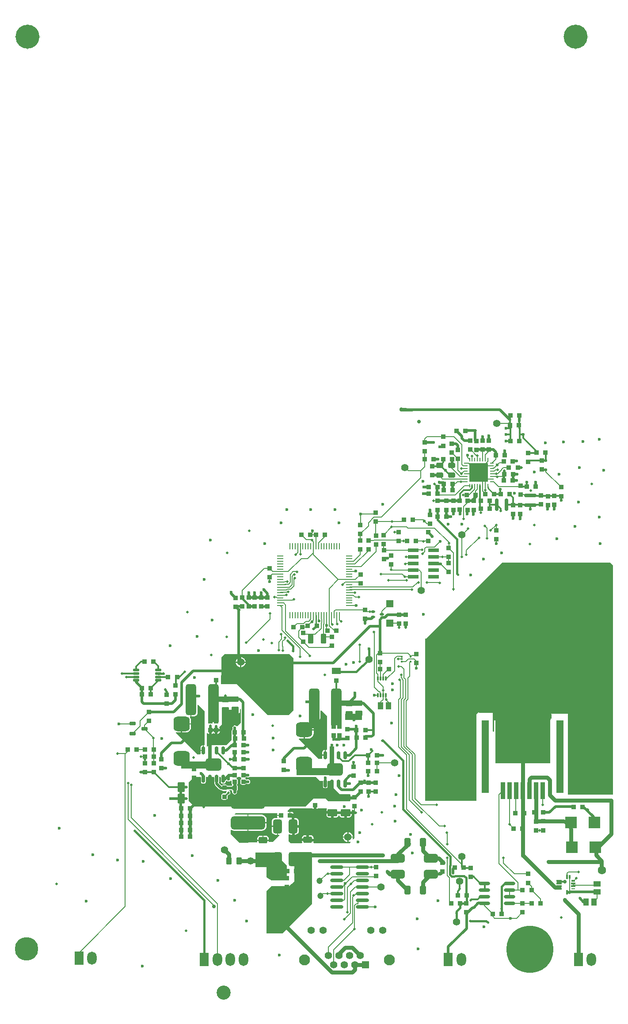
<source format=gtl>
G04 Layer_Physical_Order=1*
G04 Layer_Color=255*
%FSLAX25Y25*%
%MOIN*%
G70*
G01*
G75*
%ADD10R,0.01181X0.03347*%
%ADD11R,0.01181X0.03150*%
%ADD12R,0.03150X0.01181*%
%ADD13R,0.03347X0.01181*%
%ADD14R,0.03150X0.01000*%
%ADD15R,0.01000X0.03150*%
G04:AMPARAMS|DCode=16|XSize=11.81mil|YSize=43.31mil|CornerRadius=2.95mil|HoleSize=0mil|Usage=FLASHONLY|Rotation=90.000|XOffset=0mil|YOffset=0mil|HoleType=Round|Shape=RoundedRectangle|*
%AMROUNDEDRECTD16*
21,1,0.01181,0.03740,0,0,90.0*
21,1,0.00591,0.04331,0,0,90.0*
1,1,0.00591,0.01870,0.00295*
1,1,0.00591,0.01870,-0.00295*
1,1,0.00591,-0.01870,-0.00295*
1,1,0.00591,-0.01870,0.00295*
%
%ADD16ROUNDEDRECTD16*%
%ADD17R,0.04331X0.01181*%
%ADD18R,0.05512X0.55118*%
G04:AMPARAMS|DCode=19|XSize=41.34mil|YSize=53.15mil|CornerRadius=6.2mil|HoleSize=0mil|Usage=FLASHONLY|Rotation=90.000|XOffset=0mil|YOffset=0mil|HoleType=Round|Shape=RoundedRectangle|*
%AMROUNDEDRECTD19*
21,1,0.04134,0.04075,0,0,90.0*
21,1,0.02894,0.05315,0,0,90.0*
1,1,0.01240,0.02037,0.01447*
1,1,0.01240,0.02037,-0.01447*
1,1,0.01240,-0.02037,-0.01447*
1,1,0.01240,-0.02037,0.01447*
%
%ADD19ROUNDEDRECTD19*%
G04:AMPARAMS|DCode=20|XSize=35.43mil|YSize=35.43mil|CornerRadius=8.86mil|HoleSize=0mil|Usage=FLASHONLY|Rotation=0.000|XOffset=0mil|YOffset=0mil|HoleType=Round|Shape=RoundedRectangle|*
%AMROUNDEDRECTD20*
21,1,0.03543,0.01772,0,0,0.0*
21,1,0.01772,0.03543,0,0,0.0*
1,1,0.01772,0.00886,-0.00886*
1,1,0.01772,-0.00886,-0.00886*
1,1,0.01772,-0.00886,0.00886*
1,1,0.01772,0.00886,0.00886*
%
%ADD20ROUNDEDRECTD20*%
G04:AMPARAMS|DCode=21|XSize=35.43mil|YSize=35.43mil|CornerRadius=8.86mil|HoleSize=0mil|Usage=FLASHONLY|Rotation=90.000|XOffset=0mil|YOffset=0mil|HoleType=Round|Shape=RoundedRectangle|*
%AMROUNDEDRECTD21*
21,1,0.03543,0.01772,0,0,90.0*
21,1,0.01772,0.03543,0,0,90.0*
1,1,0.01772,0.00886,0.00886*
1,1,0.01772,0.00886,-0.00886*
1,1,0.01772,-0.00886,-0.00886*
1,1,0.01772,-0.00886,0.00886*
%
%ADD21ROUNDEDRECTD21*%
%ADD22C,0.05512*%
G04:AMPARAMS|DCode=23|XSize=259.84mil|YSize=100.39mil|CornerRadius=25.1mil|HoleSize=0mil|Usage=FLASHONLY|Rotation=0.000|XOffset=0mil|YOffset=0mil|HoleType=Round|Shape=RoundedRectangle|*
%AMROUNDEDRECTD23*
21,1,0.25984,0.05020,0,0,0.0*
21,1,0.20965,0.10039,0,0,0.0*
1,1,0.05020,0.10482,-0.02510*
1,1,0.05020,-0.10482,-0.02510*
1,1,0.05020,-0.10482,0.02510*
1,1,0.05020,0.10482,0.02510*
%
%ADD23ROUNDEDRECTD23*%
G04:AMPARAMS|DCode=24|XSize=72.83mil|YSize=53.15mil|CornerRadius=7.97mil|HoleSize=0mil|Usage=FLASHONLY|Rotation=90.000|XOffset=0mil|YOffset=0mil|HoleType=Round|Shape=RoundedRectangle|*
%AMROUNDEDRECTD24*
21,1,0.07283,0.03720,0,0,90.0*
21,1,0.05689,0.05315,0,0,90.0*
1,1,0.01595,0.01860,0.02845*
1,1,0.01595,0.01860,-0.02845*
1,1,0.01595,-0.01860,-0.02845*
1,1,0.01595,-0.01860,0.02845*
%
%ADD24ROUNDEDRECTD24*%
G04:AMPARAMS|DCode=25|XSize=72.83mil|YSize=53.15mil|CornerRadius=7.97mil|HoleSize=0mil|Usage=FLASHONLY|Rotation=180.000|XOffset=0mil|YOffset=0mil|HoleType=Round|Shape=RoundedRectangle|*
%AMROUNDEDRECTD25*
21,1,0.07283,0.03720,0,0,180.0*
21,1,0.05689,0.05315,0,0,180.0*
1,1,0.01595,-0.02845,0.01860*
1,1,0.01595,0.02845,0.01860*
1,1,0.01595,0.02845,-0.01860*
1,1,0.01595,-0.02845,-0.01860*
%
%ADD25ROUNDEDRECTD25*%
G04:AMPARAMS|DCode=26|XSize=122.05mil|YSize=110.24mil|CornerRadius=27.56mil|HoleSize=0mil|Usage=FLASHONLY|Rotation=0.000|XOffset=0mil|YOffset=0mil|HoleType=Round|Shape=RoundedRectangle|*
%AMROUNDEDRECTD26*
21,1,0.12205,0.05512,0,0,0.0*
21,1,0.06693,0.11024,0,0,0.0*
1,1,0.05512,0.03347,-0.02756*
1,1,0.05512,-0.03347,-0.02756*
1,1,0.05512,-0.03347,0.02756*
1,1,0.05512,0.03347,0.02756*
%
%ADD26ROUNDEDRECTD26*%
%ADD27R,0.03347X0.06299*%
G04:AMPARAMS|DCode=28|XSize=25.59mil|YSize=90.55mil|CornerRadius=6.4mil|HoleSize=0mil|Usage=FLASHONLY|Rotation=0.000|XOffset=0mil|YOffset=0mil|HoleType=Round|Shape=RoundedRectangle|*
%AMROUNDEDRECTD28*
21,1,0.02559,0.07776,0,0,0.0*
21,1,0.01279,0.09055,0,0,0.0*
1,1,0.01279,0.00640,-0.03888*
1,1,0.01279,-0.00640,-0.03888*
1,1,0.01279,-0.00640,0.03888*
1,1,0.01279,0.00640,0.03888*
%
%ADD28ROUNDEDRECTD28*%
G04:AMPARAMS|DCode=29|XSize=25.59mil|YSize=90.55mil|CornerRadius=6.4mil|HoleSize=0mil|Usage=FLASHONLY|Rotation=90.000|XOffset=0mil|YOffset=0mil|HoleType=Round|Shape=RoundedRectangle|*
%AMROUNDEDRECTD29*
21,1,0.02559,0.07776,0,0,90.0*
21,1,0.01279,0.09055,0,0,90.0*
1,1,0.01279,0.03888,0.00640*
1,1,0.01279,0.03888,-0.00640*
1,1,0.01279,-0.03888,-0.00640*
1,1,0.01279,-0.03888,0.00640*
%
%ADD29ROUNDEDRECTD29*%
G04:AMPARAMS|DCode=30|XSize=66.93mil|YSize=49.21mil|CornerRadius=12.3mil|HoleSize=0mil|Usage=FLASHONLY|Rotation=180.000|XOffset=0mil|YOffset=0mil|HoleType=Round|Shape=RoundedRectangle|*
%AMROUNDEDRECTD30*
21,1,0.06693,0.02461,0,0,180.0*
21,1,0.04232,0.04921,0,0,180.0*
1,1,0.02461,-0.02116,0.01230*
1,1,0.02461,0.02116,0.01230*
1,1,0.02461,0.02116,-0.01230*
1,1,0.02461,-0.02116,-0.01230*
%
%ADD30ROUNDEDRECTD30*%
G04:AMPARAMS|DCode=31|XSize=94.49mil|YSize=122.05mil|CornerRadius=23.62mil|HoleSize=0mil|Usage=FLASHONLY|Rotation=90.000|XOffset=0mil|YOffset=0mil|HoleType=Round|Shape=RoundedRectangle|*
%AMROUNDEDRECTD31*
21,1,0.09449,0.07480,0,0,90.0*
21,1,0.04724,0.12205,0,0,90.0*
1,1,0.04724,0.03740,0.02362*
1,1,0.04724,0.03740,-0.02362*
1,1,0.04724,-0.03740,-0.02362*
1,1,0.04724,-0.03740,0.02362*
%
%ADD31ROUNDEDRECTD31*%
G04:AMPARAMS|DCode=32|XSize=23.62mil|YSize=57.09mil|CornerRadius=5.91mil|HoleSize=0mil|Usage=FLASHONLY|Rotation=180.000|XOffset=0mil|YOffset=0mil|HoleType=Round|Shape=RoundedRectangle|*
%AMROUNDEDRECTD32*
21,1,0.02362,0.04528,0,0,180.0*
21,1,0.01181,0.05709,0,0,180.0*
1,1,0.01181,-0.00591,0.02264*
1,1,0.01181,0.00591,0.02264*
1,1,0.01181,0.00591,-0.02264*
1,1,0.01181,-0.00591,-0.02264*
%
%ADD32ROUNDEDRECTD32*%
G04:AMPARAMS|DCode=33|XSize=236.22mil|YSize=78.74mil|CornerRadius=19.68mil|HoleSize=0mil|Usage=FLASHONLY|Rotation=270.000|XOffset=0mil|YOffset=0mil|HoleType=Round|Shape=RoundedRectangle|*
%AMROUNDEDRECTD33*
21,1,0.23622,0.03937,0,0,270.0*
21,1,0.19685,0.07874,0,0,270.0*
1,1,0.03937,-0.01968,-0.09842*
1,1,0.03937,-0.01968,0.09842*
1,1,0.03937,0.01968,0.09842*
1,1,0.03937,0.01968,-0.09842*
%
%ADD33ROUNDEDRECTD33*%
G04:AMPARAMS|DCode=34|XSize=106.3mil|YSize=66.93mil|CornerRadius=16.73mil|HoleSize=0mil|Usage=FLASHONLY|Rotation=90.000|XOffset=0mil|YOffset=0mil|HoleType=Round|Shape=RoundedRectangle|*
%AMROUNDEDRECTD34*
21,1,0.10630,0.03347,0,0,90.0*
21,1,0.07283,0.06693,0,0,90.0*
1,1,0.03346,0.01673,0.03642*
1,1,0.03346,0.01673,-0.03642*
1,1,0.03346,-0.01673,-0.03642*
1,1,0.03346,-0.01673,0.03642*
%
%ADD34ROUNDEDRECTD34*%
%ADD35R,0.14173X0.14173*%
%ADD36O,0.03150X0.00984*%
%ADD37O,0.00984X0.03150*%
G04:AMPARAMS|DCode=38|XSize=43.31mil|YSize=74.8mil|CornerRadius=10.83mil|HoleSize=0mil|Usage=FLASHONLY|Rotation=0.000|XOffset=0mil|YOffset=0mil|HoleType=Round|Shape=RoundedRectangle|*
%AMROUNDEDRECTD38*
21,1,0.04331,0.05315,0,0,0.0*
21,1,0.02165,0.07480,0,0,0.0*
1,1,0.02165,0.01083,-0.02657*
1,1,0.02165,-0.01083,-0.02657*
1,1,0.02165,-0.01083,0.02657*
1,1,0.02165,0.01083,0.02657*
%
%ADD38ROUNDEDRECTD38*%
G04:AMPARAMS|DCode=39|XSize=51.18mil|YSize=41.34mil|CornerRadius=10.34mil|HoleSize=0mil|Usage=FLASHONLY|Rotation=180.000|XOffset=0mil|YOffset=0mil|HoleType=Round|Shape=RoundedRectangle|*
%AMROUNDEDRECTD39*
21,1,0.05118,0.02067,0,0,180.0*
21,1,0.03051,0.04134,0,0,180.0*
1,1,0.02067,-0.01526,0.01034*
1,1,0.02067,0.01526,0.01034*
1,1,0.02067,0.01526,-0.01034*
1,1,0.02067,-0.01526,-0.01034*
%
%ADD39ROUNDEDRECTD39*%
G04:AMPARAMS|DCode=40|XSize=25.59mil|YSize=49.21mil|CornerRadius=6.4mil|HoleSize=0mil|Usage=FLASHONLY|Rotation=90.000|XOffset=0mil|YOffset=0mil|HoleType=Round|Shape=RoundedRectangle|*
%AMROUNDEDRECTD40*
21,1,0.02559,0.03642,0,0,90.0*
21,1,0.01279,0.04921,0,0,90.0*
1,1,0.01279,0.01821,0.00640*
1,1,0.01279,0.01821,-0.00640*
1,1,0.01279,-0.01821,-0.00640*
1,1,0.01279,-0.01821,0.00640*
%
%ADD40ROUNDEDRECTD40*%
G04:AMPARAMS|DCode=41|XSize=41.34mil|YSize=53.15mil|CornerRadius=6.2mil|HoleSize=0mil|Usage=FLASHONLY|Rotation=180.000|XOffset=0mil|YOffset=0mil|HoleType=Round|Shape=RoundedRectangle|*
%AMROUNDEDRECTD41*
21,1,0.04134,0.04075,0,0,180.0*
21,1,0.02894,0.05315,0,0,180.0*
1,1,0.01240,-0.01447,0.02037*
1,1,0.01240,0.01447,0.02037*
1,1,0.01240,0.01447,-0.02037*
1,1,0.01240,-0.01447,-0.02037*
%
%ADD41ROUNDEDRECTD41*%
G04:AMPARAMS|DCode=42|XSize=82.68mil|YSize=29.53mil|CornerRadius=7.38mil|HoleSize=0mil|Usage=FLASHONLY|Rotation=0.000|XOffset=0mil|YOffset=0mil|HoleType=Round|Shape=RoundedRectangle|*
%AMROUNDEDRECTD42*
21,1,0.08268,0.01476,0,0,0.0*
21,1,0.06791,0.02953,0,0,0.0*
1,1,0.01476,0.03396,-0.00738*
1,1,0.01476,-0.03396,-0.00738*
1,1,0.01476,-0.03396,0.00738*
1,1,0.01476,0.03396,0.00738*
%
%ADD42ROUNDEDRECTD42*%
G04:AMPARAMS|DCode=43|XSize=55.12mil|YSize=55.12mil|CornerRadius=8.27mil|HoleSize=0mil|Usage=FLASHONLY|Rotation=180.000|XOffset=0mil|YOffset=0mil|HoleType=Round|Shape=RoundedRectangle|*
%AMROUNDEDRECTD43*
21,1,0.05512,0.03858,0,0,180.0*
21,1,0.03858,0.05512,0,0,180.0*
1,1,0.01654,-0.01929,0.01929*
1,1,0.01654,0.01929,0.01929*
1,1,0.01654,0.01929,-0.01929*
1,1,0.01654,-0.01929,-0.01929*
%
%ADD43ROUNDEDRECTD43*%
G04:AMPARAMS|DCode=44|XSize=17.72mil|YSize=30.51mil|CornerRadius=4.43mil|HoleSize=0mil|Usage=FLASHONLY|Rotation=90.000|XOffset=0mil|YOffset=0mil|HoleType=Round|Shape=RoundedRectangle|*
%AMROUNDEDRECTD44*
21,1,0.01772,0.02165,0,0,90.0*
21,1,0.00886,0.03051,0,0,90.0*
1,1,0.00886,0.01083,0.00443*
1,1,0.00886,0.01083,-0.00443*
1,1,0.00886,-0.01083,-0.00443*
1,1,0.00886,-0.01083,0.00443*
%
%ADD44ROUNDEDRECTD44*%
G04:AMPARAMS|DCode=45|XSize=17.72mil|YSize=45.28mil|CornerRadius=1.95mil|HoleSize=0mil|Usage=FLASHONLY|Rotation=90.000|XOffset=0mil|YOffset=0mil|HoleType=Round|Shape=RoundedRectangle|*
%AMROUNDEDRECTD45*
21,1,0.01772,0.04138,0,0,90.0*
21,1,0.01382,0.04528,0,0,90.0*
1,1,0.00390,0.02069,0.00691*
1,1,0.00390,0.02069,-0.00691*
1,1,0.00390,-0.02069,-0.00691*
1,1,0.00390,-0.02069,0.00691*
%
%ADD45ROUNDEDRECTD45*%
%ADD46O,0.09842X0.02756*%
%ADD47R,0.02362X0.02362*%
%ADD48R,0.41339X0.32677*%
%ADD49R,0.03740X0.12598*%
%ADD50C,0.06299*%
G04:AMPARAMS|DCode=51|XSize=66.93mil|YSize=49.21mil|CornerRadius=12.3mil|HoleSize=0mil|Usage=FLASHONLY|Rotation=90.000|XOffset=0mil|YOffset=0mil|HoleType=Round|Shape=RoundedRectangle|*
%AMROUNDEDRECTD51*
21,1,0.06693,0.02461,0,0,90.0*
21,1,0.04232,0.04921,0,0,90.0*
1,1,0.02461,0.01230,0.02116*
1,1,0.02461,0.01230,-0.02116*
1,1,0.02461,-0.01230,-0.02116*
1,1,0.02461,-0.01230,0.02116*
%
%ADD51ROUNDEDRECTD51*%
G04:AMPARAMS|DCode=52|XSize=106.3mil|YSize=66.93mil|CornerRadius=16.73mil|HoleSize=0mil|Usage=FLASHONLY|Rotation=180.000|XOffset=0mil|YOffset=0mil|HoleType=Round|Shape=RoundedRectangle|*
%AMROUNDEDRECTD52*
21,1,0.10630,0.03347,0,0,180.0*
21,1,0.07283,0.06693,0,0,180.0*
1,1,0.03346,-0.03642,0.01673*
1,1,0.03346,0.03642,0.01673*
1,1,0.03346,0.03642,-0.01673*
1,1,0.03346,-0.03642,-0.01673*
%
%ADD52ROUNDEDRECTD52*%
%ADD53R,0.05512X0.04331*%
%ADD54O,0.08661X0.02362*%
%ADD55R,0.04331X0.05512*%
G04:AMPARAMS|DCode=56|XSize=11.81mil|YSize=15.75mil|CornerRadius=1.95mil|HoleSize=0mil|Usage=FLASHONLY|Rotation=90.000|XOffset=0mil|YOffset=0mil|HoleType=Round|Shape=RoundedRectangle|*
%AMROUNDEDRECTD56*
21,1,0.01181,0.01185,0,0,90.0*
21,1,0.00791,0.01575,0,0,90.0*
1,1,0.00390,0.00592,0.00396*
1,1,0.00390,0.00592,-0.00396*
1,1,0.00390,-0.00592,-0.00396*
1,1,0.00390,-0.00592,0.00396*
%
%ADD56ROUNDEDRECTD56*%
G04:AMPARAMS|DCode=57|XSize=11.81mil|YSize=31.5mil|CornerRadius=1.95mil|HoleSize=0mil|Usage=FLASHONLY|Rotation=180.000|XOffset=0mil|YOffset=0mil|HoleType=Round|Shape=RoundedRectangle|*
%AMROUNDEDRECTD57*
21,1,0.01181,0.02760,0,0,180.0*
21,1,0.00791,0.03150,0,0,180.0*
1,1,0.00390,-0.00396,0.01380*
1,1,0.00390,0.00396,0.01380*
1,1,0.00390,0.00396,-0.01380*
1,1,0.00390,-0.00396,-0.01380*
%
%ADD57ROUNDEDRECTD57*%
%ADD58C,0.04724*%
G04:AMPARAMS|DCode=59|XSize=9.84mil|YSize=49.21mil|CornerRadius=1.97mil|HoleSize=0mil|Usage=FLASHONLY|Rotation=180.000|XOffset=0mil|YOffset=0mil|HoleType=Round|Shape=RoundedRectangle|*
%AMROUNDEDRECTD59*
21,1,0.00984,0.04528,0,0,180.0*
21,1,0.00591,0.04921,0,0,180.0*
1,1,0.00394,-0.00295,0.02264*
1,1,0.00394,0.00295,0.02264*
1,1,0.00394,0.00295,-0.02264*
1,1,0.00394,-0.00295,-0.02264*
%
%ADD59ROUNDEDRECTD59*%
G04:AMPARAMS|DCode=60|XSize=9.84mil|YSize=49.21mil|CornerRadius=1.97mil|HoleSize=0mil|Usage=FLASHONLY|Rotation=90.000|XOffset=0mil|YOffset=0mil|HoleType=Round|Shape=RoundedRectangle|*
%AMROUNDEDRECTD60*
21,1,0.00984,0.04528,0,0,90.0*
21,1,0.00591,0.04921,0,0,90.0*
1,1,0.00394,0.02264,0.00295*
1,1,0.00394,0.02264,-0.00295*
1,1,0.00394,-0.02264,-0.00295*
1,1,0.00394,-0.02264,0.00295*
%
%ADD60ROUNDEDRECTD60*%
%ADD61R,0.09055X0.09055*%
%ADD62C,0.00787*%
%ADD63C,0.00800*%
%ADD64C,0.01496*%
%ADD65C,0.01968*%
%ADD66C,0.02000*%
%ADD67C,0.01181*%
%ADD68C,0.03000*%
%ADD69C,0.01200*%
%ADD70C,0.01500*%
%ADD71C,0.02362*%
%ADD72C,0.01575*%
%ADD73C,0.01102*%
%ADD74C,0.01000*%
%ADD75C,0.01600*%
%ADD76C,0.02500*%
%ADD77C,0.10000*%
%ADD78R,0.25394X0.05512*%
%ADD79R,0.06857X0.05020*%
%ADD80R,0.07874X0.06791*%
%ADD81R,0.03150X0.12795*%
%ADD82R,0.07874X0.08071*%
%ADD83R,0.14173X0.04134*%
%ADD84R,0.07874X0.16732*%
%ADD85R,0.03543X0.14173*%
%ADD86R,0.30817X0.05512*%
%ADD87R,0.07874X0.09350*%
%ADD88R,0.12795X0.04134*%
%ADD89R,0.12796X0.04528*%
%ADD90C,0.00050*%
%ADD91C,0.08268*%
%ADD92R,0.05512X0.05512*%
%ADD93C,0.17716*%
%ADD94R,0.07087X0.09842*%
%ADD95O,0.07087X0.09842*%
%ADD96C,0.10630*%
%ADD97C,0.35433*%
%ADD98C,0.02362*%
%ADD99C,0.02800*%
%ADD100C,0.02000*%
%ADD101C,0.01968*%
G36*
X264356Y460323D02*
Y459160D01*
X264345Y459102D01*
X264356Y459044D01*
Y456838D01*
X264448Y456378D01*
X264709Y455987D01*
X265100Y455726D01*
X265561Y455634D01*
X266742D01*
X267202Y455726D01*
X267593Y455987D01*
X267854Y456378D01*
X267946Y456838D01*
Y457383D01*
X268200Y457433D01*
X268419Y457579D01*
X268988Y457628D01*
X269574Y457236D01*
X270265Y457099D01*
X270956Y457236D01*
X271542Y457628D01*
X271710Y457880D01*
X271810Y457883D01*
X272303Y457412D01*
Y456149D01*
X272418Y455573D01*
X272744Y455085D01*
X272888Y454989D01*
Y454259D01*
X272744Y454163D01*
X272514Y453818D01*
X269304D01*
X269293Y453871D01*
X268967Y454360D01*
X268479Y454686D01*
X267903Y454801D01*
X266131D01*
X265555Y454686D01*
X265067Y454360D01*
X265052Y454338D01*
X264554Y454289D01*
X262757Y456086D01*
Y456232D01*
X262854Y456378D01*
X262946Y456838D01*
Y460677D01*
X264003Y460677D01*
X264356Y460323D01*
D02*
G37*
G36*
X560141Y620374D02*
Y447244D01*
X526127D01*
X526086Y447342D01*
Y508366D01*
X513899D01*
X513389Y508366D01*
X513291Y508268D01*
X513625Y507933D01*
X513625Y507866D01*
Y504606D01*
X492365D01*
Y487283D01*
X491578D01*
Y504606D01*
X470318D01*
Y494905D01*
X469856Y494714D01*
X469295Y495276D01*
Y508957D01*
X459550D01*
X458861Y509646D01*
X457188Y507972D01*
Y442618D01*
X418901D01*
X418507Y443012D01*
Y564862D01*
X419196D01*
X476676Y622342D01*
X558173D01*
X560141Y620374D01*
D02*
G37*
G36*
X242214Y506124D02*
X243789D01*
X244560Y506225D01*
X245278Y506523D01*
X245895Y506996D01*
X246368Y507613D01*
X246666Y508331D01*
X246767Y509102D01*
Y515018D01*
X247229Y515209D01*
X252057Y510382D01*
X252057Y484687D01*
X251742Y484428D01*
X251545D01*
Y480559D01*
X251151D01*
Y480165D01*
X248955D01*
Y478295D01*
X248995Y478091D01*
X248678Y477705D01*
X246348Y477705D01*
X230320Y493733D01*
X230553Y494206D01*
X231289Y494109D01*
X234242D01*
Y500638D01*
X234635D01*
Y501031D01*
X241754D01*
Y503394D01*
X241626Y504370D01*
X241249Y505280D01*
X240985Y505624D01*
X241231Y506124D01*
X241427D01*
Y518945D01*
X242214D01*
Y506124D01*
D02*
G37*
G36*
X339261Y457429D02*
X341285Y457429D01*
Y453295D01*
X341377Y452834D01*
X341638Y452444D01*
X342029Y452182D01*
X342490Y452091D01*
X343671D01*
X344131Y452182D01*
X344522Y452444D01*
X344783Y452834D01*
X344875Y453295D01*
Y457075D01*
X345229Y457429D01*
X349301Y457428D01*
X349301Y452311D01*
X351171Y450441D01*
X354025Y447586D01*
X355698D01*
Y442272D01*
X345364D01*
X343395Y444240D01*
X334242D01*
X332568Y442567D01*
X328139Y438138D01*
X244576Y438138D01*
X240147Y442567D01*
X240147Y456642D01*
X244182Y460677D01*
X249003Y460677D01*
X249356Y460323D01*
Y456838D01*
X249448Y456378D01*
X249709Y455987D01*
X250100Y455726D01*
X250560Y455634D01*
X251742D01*
X252202Y455726D01*
X252593Y455987D01*
X252854Y456378D01*
X252946Y456838D01*
Y460677D01*
X259003Y460677D01*
X259356Y460323D01*
Y456838D01*
X259448Y456378D01*
X259545Y456232D01*
Y455421D01*
X259545Y455421D01*
X259668Y454807D01*
X260016Y454286D01*
X263224Y451077D01*
X263224Y451077D01*
X263745Y450729D01*
X264360Y450607D01*
X264968D01*
X265067Y450459D01*
X265555Y450133D01*
X266131Y450019D01*
X267903D01*
X268479Y450133D01*
X268514Y450157D01*
X268834Y449804D01*
X268486Y449284D01*
X268389Y448792D01*
X267705Y448108D01*
X266131D01*
X265555Y447993D01*
X265067Y447667D01*
X264740Y447179D01*
X264626Y446602D01*
Y444831D01*
X264740Y444255D01*
X265067Y443766D01*
X265555Y443440D01*
X266131Y443326D01*
X267903D01*
X268479Y443440D01*
X268967Y443766D01*
X269293Y444255D01*
X269408Y444831D01*
Y446405D01*
X270091Y447087D01*
X270584Y447186D01*
X271105Y447534D01*
X271453Y448055D01*
X271576Y448669D01*
X271453Y449284D01*
X271105Y449804D01*
X270653Y450107D01*
X270662Y450384D01*
X270736Y450607D01*
X272514D01*
X272744Y450262D01*
X272888Y450166D01*
Y449161D01*
X273025Y448470D01*
X273417Y447884D01*
X274003Y447492D01*
X274694Y447355D01*
X275386Y447492D01*
X275972Y447884D01*
X276363Y448470D01*
X276501Y449161D01*
Y450166D01*
X276644Y450262D01*
X276971Y450751D01*
X277085Y451327D01*
Y453098D01*
X276971Y453674D01*
X276644Y454163D01*
X276501Y454259D01*
Y454989D01*
X276645Y455085D01*
X276971Y455573D01*
X277085Y456149D01*
Y457921D01*
X276971Y458497D01*
X276645Y458986D01*
X276206Y459278D01*
X276180Y459545D01*
X276206Y459812D01*
X276644Y460104D01*
X276971Y460593D01*
X276987Y460677D01*
X279094Y460677D01*
X279110Y460593D01*
X279437Y460104D01*
X279875Y459812D01*
X279902Y459545D01*
X279875Y459278D01*
X279437Y458986D01*
X279111Y458497D01*
X278996Y457921D01*
Y456149D01*
X279111Y455573D01*
X279437Y455085D01*
X279925Y454759D01*
X280501Y454644D01*
X282273D01*
X282849Y454759D01*
X283337Y455085D01*
X283568Y455430D01*
X283948D01*
X284042Y455366D01*
X284734Y455229D01*
X285425Y455366D01*
X286011Y455758D01*
X286403Y456344D01*
X286540Y457035D01*
X286403Y457727D01*
X286011Y458313D01*
X285425Y458704D01*
X284734Y458842D01*
X284042Y458704D01*
X283948Y458641D01*
X283568D01*
X283337Y458986D01*
X282899Y459278D01*
X282872Y459545D01*
X282899Y459812D01*
X283337Y460104D01*
X283567Y460449D01*
X283993D01*
X284143Y460349D01*
X284834Y460212D01*
X285525Y460349D01*
X286016Y460677D01*
X336013Y460677D01*
X339261Y457429D01*
D02*
G37*
G36*
X298710Y403492D02*
X304222Y403492D01*
X313966Y393747D01*
X313966Y382429D01*
X310718Y382429D01*
X302647D01*
X302549Y382527D01*
X298710Y384890D01*
X298710Y392437D01*
X290490D01*
Y397783D01*
Y403492D01*
X291572Y403492D01*
X298710Y403492D01*
D02*
G37*
G36*
X332672Y403577D02*
X333258Y402984D01*
X333258Y364811D01*
X310915Y342468D01*
X298907D01*
X298907Y374457D01*
X302549Y378098D01*
X303730D01*
X315719Y378098D01*
X319675Y381505D01*
X319674Y403535D01*
X320028Y403888D01*
X328828Y403888D01*
X332512D01*
X332672Y403577D01*
D02*
G37*
G36*
X344284Y436555D02*
X344089Y436264D01*
X343951Y435569D01*
Y434102D01*
X348612D01*
Y433709D01*
X349005D01*
Y430032D01*
X351456D01*
X352151Y430170D01*
X352741Y430564D01*
X353134Y431153D01*
X353229Y431628D01*
X353739D01*
X353833Y431153D01*
X354227Y430564D01*
X354816Y430170D01*
X355511Y430032D01*
X357962D01*
Y433709D01*
X358356D01*
Y434102D01*
X363017D01*
Y435398D01*
X363118Y435522D01*
X363349Y435700D01*
X363489Y435756D01*
X364064Y435642D01*
X364950D01*
X364950Y414220D01*
X364852D01*
X364092Y413460D01*
X363668Y413744D01*
X363869Y414229D01*
X363946Y414812D01*
X360619D01*
Y411485D01*
X361202Y411562D01*
X361687Y411763D01*
X361971Y411339D01*
X361309Y410677D01*
X334424D01*
X334140Y411177D01*
X334285Y411907D01*
Y412744D01*
X329911D01*
X325537D01*
Y411907D01*
X325682Y411177D01*
X325398Y410677D01*
X317115D01*
X315541Y412252D01*
Y414319D01*
X315541Y417091D01*
X316041Y417342D01*
X316520Y417143D01*
X317214Y417052D01*
X318494D01*
Y423374D01*
X318887D01*
Y423768D01*
X323241D01*
Y427016D01*
X323149Y427709D01*
X322882Y428356D01*
X322456Y428911D01*
X321901Y429337D01*
X321254Y429605D01*
X320561Y429696D01*
X319475D01*
X319127Y430196D01*
X319219Y430657D01*
Y431149D01*
X316426D01*
Y431543D01*
X316033D01*
Y434335D01*
X315541D01*
X315155Y434259D01*
X314702Y434606D01*
X314681Y435113D01*
X316623Y437055D01*
X333331Y437055D01*
X333906Y436671D01*
X334636Y436526D01*
X336407D01*
X337137Y436671D01*
X337712Y437055D01*
X344016Y437055D01*
X344284Y436555D01*
D02*
G37*
G36*
X307018Y432815D02*
X306941Y432429D01*
Y431937D01*
X309733D01*
Y431149D01*
X306941D01*
Y430657D01*
X307032Y430196D01*
X306685Y429696D01*
X305403D01*
X304709Y429605D01*
X304063Y429337D01*
X303508Y428911D01*
X303082Y428356D01*
X302814Y427709D01*
X302723Y427016D01*
Y423768D01*
X307076D01*
Y423374D01*
X307470D01*
Y417052D01*
X308315D01*
X308522Y416552D01*
X303533Y411563D01*
X300879Y411563D01*
X300525Y411916D01*
Y412350D01*
X296151D01*
X291777D01*
Y411514D01*
X291619Y411315D01*
X278590Y410915D01*
X271840Y417665D01*
X271840Y420413D01*
X272340Y420660D01*
X272588Y420469D01*
X273438Y420117D01*
X274350Y419997D01*
X284438D01*
Y426031D01*
Y432065D01*
X275038D01*
X274831Y432565D01*
X275580Y433315D01*
X306635Y433315D01*
X307018Y432815D01*
D02*
G37*
G36*
X319183Y550146D02*
X319182Y513630D01*
Y510972D01*
X315541Y507331D01*
X299596D01*
X282864Y524063D01*
X276368Y530559D01*
X269224D01*
X269072Y531059D01*
X269547Y531376D01*
X269960Y531995D01*
X270105Y532724D01*
Y533216D01*
X267312D01*
Y533610D01*
X266919D01*
Y536403D01*
X266427D01*
X265697Y536258D01*
X265155Y535895D01*
X264859Y535982D01*
X264655Y536110D01*
Y550736D01*
X267017Y553098D01*
X316230Y553098D01*
X319183Y550146D01*
D02*
G37*
G36*
X279585Y511664D02*
Y501689D01*
X276723Y498828D01*
X276225Y498877D01*
X276168Y498962D01*
X275582Y499354D01*
X274891Y499491D01*
X274200Y499354D01*
X273614Y498962D01*
X273222Y498376D01*
X273085Y497685D01*
X273222Y496993D01*
X273285Y496899D01*
Y496519D01*
X272941Y496289D01*
X272614Y495801D01*
X272500Y495225D01*
Y493453D01*
X272529Y493307D01*
Y488531D01*
X271151Y487153D01*
X268395Y484398D01*
X259340D01*
Y484496D01*
X257372Y484398D01*
X256873Y484402D01*
X256742Y484428D01*
X256544D01*
Y480559D01*
X255757D01*
Y484428D01*
X255560D01*
X254946Y484306D01*
X254425Y483958D01*
X254230Y483666D01*
X253730Y483817D01*
Y493462D01*
X254230Y493613D01*
X254251Y493581D01*
X254870Y493168D01*
X255600Y493022D01*
X256092D01*
Y495815D01*
X256879D01*
Y493022D01*
X257371D01*
X258101Y493168D01*
X258700Y493568D01*
X259299Y493168D01*
X260029Y493022D01*
X260521D01*
Y495815D01*
X260915D01*
Y496209D01*
X263707D01*
Y496701D01*
X263562Y497431D01*
X263149Y498049D01*
X263131Y498228D01*
X265049Y500145D01*
Y508014D01*
X265435Y508331D01*
X265669Y508285D01*
X267312D01*
Y511367D01*
X268100D01*
Y508285D01*
X269743D01*
X270370Y508409D01*
X270900Y508764D01*
X271201Y509214D01*
X271204Y509216D01*
X271555Y509252D01*
X271751Y509224D01*
X271992Y508862D01*
X272523Y508508D01*
X273149Y508383D01*
X274793D01*
Y511466D01*
X275580D01*
Y508383D01*
X277224D01*
X277850Y508508D01*
X278380Y508862D01*
X278735Y509393D01*
X278860Y510019D01*
Y511596D01*
X279360Y511839D01*
X279585Y511664D01*
D02*
G37*
G36*
X335029Y502679D02*
X336604D01*
X337375Y502781D01*
X338093Y503078D01*
X338710Y503551D01*
X339183Y504168D01*
X339480Y504886D01*
X339582Y505657D01*
Y510490D01*
X340044Y510682D01*
X344281Y506445D01*
X344281Y481158D01*
X343894Y480840D01*
X343671Y480885D01*
X343474D01*
Y477016D01*
X343080D01*
Y476622D01*
X340884D01*
Y474752D01*
X340925Y474548D01*
X340607Y474161D01*
X338179Y474161D01*
X323165Y489175D01*
X323398Y489649D01*
X323907Y489582D01*
X326860D01*
Y496110D01*
X327253D01*
Y496504D01*
X334372D01*
Y498866D01*
X334244Y499842D01*
X333867Y500752D01*
X333267Y501534D01*
X332486Y502133D01*
X332254Y502229D01*
X332384Y502716D01*
X332667Y502679D01*
X334242D01*
Y515500D01*
X335029D01*
Y502679D01*
D02*
G37*
%LPC*%
G36*
X250758Y484428D02*
X250560D01*
X249946Y484306D01*
X249425Y483958D01*
X249077Y483437D01*
X248955Y482823D01*
Y480953D01*
X250758D01*
Y484428D01*
D02*
G37*
G36*
X241754Y500244D02*
X235029D01*
Y494109D01*
X237982D01*
X238958Y494238D01*
X239868Y494615D01*
X240649Y495214D01*
X241249Y495996D01*
X241626Y496905D01*
X241754Y497882D01*
Y500244D01*
D02*
G37*
G36*
X359832Y418926D02*
X359249Y418850D01*
X358339Y418473D01*
X357558Y417873D01*
X356958Y417092D01*
X356581Y416182D01*
X356505Y415599D01*
X359832D01*
Y418926D01*
D02*
G37*
G36*
X332027Y416626D02*
X330305D01*
Y413531D01*
X334285D01*
Y414368D01*
X334113Y415232D01*
X333624Y415965D01*
X332891Y416454D01*
X332027Y416626D01*
D02*
G37*
G36*
X360619Y418926D02*
Y415599D01*
X363946D01*
X363869Y416182D01*
X363492Y417092D01*
X362893Y417873D01*
X362112Y418473D01*
X361202Y418850D01*
X360619Y418926D01*
D02*
G37*
G36*
X323241Y422980D02*
X319281D01*
Y417052D01*
X320561D01*
X321254Y417143D01*
X321901Y417411D01*
X322456Y417837D01*
X322882Y418392D01*
X323149Y419038D01*
X323241Y419732D01*
Y422980D01*
D02*
G37*
G36*
X359832Y414812D02*
X356505D01*
X356581Y414229D01*
X356958Y413319D01*
X357558Y412538D01*
X358339Y411939D01*
X359249Y411562D01*
X359832Y411485D01*
Y414812D01*
D02*
G37*
G36*
X329517Y416626D02*
X327795D01*
X326931Y416454D01*
X326198Y415965D01*
X325709Y415232D01*
X325537Y414368D01*
Y413531D01*
X329517D01*
Y416626D01*
D02*
G37*
G36*
X348218Y433315D02*
X343951D01*
Y431848D01*
X344089Y431153D01*
X344483Y430564D01*
X345072Y430170D01*
X345767Y430032D01*
X348218D01*
Y433315D01*
D02*
G37*
G36*
X317312Y434335D02*
X316820D01*
Y431937D01*
X319219D01*
Y432429D01*
X319074Y433158D01*
X318660Y433777D01*
X318042Y434190D01*
X317312Y434335D01*
D02*
G37*
G36*
X363017Y433315D02*
X358749D01*
Y430032D01*
X361200D01*
X361895Y430170D01*
X362485Y430564D01*
X362878Y431153D01*
X363017Y431848D01*
Y433315D01*
D02*
G37*
G36*
X306683Y422980D02*
X302723D01*
Y419732D01*
X302814Y419038D01*
X303082Y418392D01*
X303508Y417837D01*
X304063Y417411D01*
X304709Y417143D01*
X305403Y417052D01*
X306683D01*
Y422980D01*
D02*
G37*
G36*
X295758Y416232D02*
X294035D01*
X293171Y416060D01*
X292438Y415571D01*
X291949Y414838D01*
X291777Y413974D01*
Y413138D01*
X295758D01*
Y416232D01*
D02*
G37*
G36*
X298267D02*
X296545D01*
Y413138D01*
X300525D01*
Y413974D01*
X300353Y414838D01*
X299864Y415571D01*
X299131Y416060D01*
X298267Y416232D01*
D02*
G37*
G36*
X295314Y432065D02*
X285226D01*
Y426425D01*
X298839D01*
Y428541D01*
X298719Y429453D01*
X298366Y430303D01*
X297806Y431033D01*
X297077Y431593D01*
X296227Y431945D01*
X295314Y432065D01*
D02*
G37*
G36*
X298839Y425638D02*
X285226D01*
Y419997D01*
X295314D01*
X296227Y420117D01*
X297077Y420469D01*
X297806Y421030D01*
X298366Y421759D01*
X298719Y422609D01*
X298839Y423522D01*
Y425638D01*
D02*
G37*
G36*
X278926Y546700D02*
X275600D01*
X275676Y546118D01*
X276053Y545208D01*
X276653Y544427D01*
X277434Y543827D01*
X278344Y543450D01*
X278926Y543374D01*
Y546700D01*
D02*
G37*
G36*
Y550815D02*
X278344Y550738D01*
X277434Y550361D01*
X276653Y549762D01*
X276053Y548980D01*
X275676Y548071D01*
X275600Y547488D01*
X278926D01*
Y550815D01*
D02*
G37*
G36*
X279714Y550815D02*
Y547488D01*
X283041D01*
X282964Y548071D01*
X282587Y548980D01*
X281988Y549762D01*
X281206Y550361D01*
X280297Y550738D01*
X279714Y550815D01*
D02*
G37*
G36*
X268198Y536403D02*
X267706D01*
Y534004D01*
X270105D01*
Y534496D01*
X269960Y535226D01*
X269547Y535844D01*
X268928Y536258D01*
X268198Y536403D01*
D02*
G37*
G36*
X283041Y546700D02*
X279714D01*
Y543374D01*
X280297Y543450D01*
X281206Y543827D01*
X281988Y544427D01*
X282587Y545208D01*
X282964Y546118D01*
X283041Y546700D01*
D02*
G37*
G36*
X263707Y495421D02*
X261308D01*
Y493022D01*
X261801D01*
X262530Y493168D01*
X263149Y493581D01*
X263562Y494200D01*
X263707Y494929D01*
Y495421D01*
D02*
G37*
G36*
X342686Y480885D02*
X342490D01*
X341875Y480763D01*
X341354Y480415D01*
X341006Y479894D01*
X340884Y479279D01*
Y477409D01*
X342686D01*
Y480885D01*
D02*
G37*
G36*
X334372Y495716D02*
X327647D01*
Y489582D01*
X330600D01*
X331576Y489710D01*
X332486Y490087D01*
X333267Y490687D01*
X333867Y491468D01*
X334244Y492378D01*
X334372Y493354D01*
Y495716D01*
D02*
G37*
%LPD*%
D10*
X525397Y385236D02*
D03*
Y373524D02*
D03*
D11*
X527464Y385236D02*
D03*
D12*
X530121Y382382D02*
D03*
D13*
Y380315D02*
D03*
Y378248D02*
D03*
D14*
Y376181D02*
D03*
D15*
X527464Y373524D02*
D03*
D16*
X519491Y382382D02*
D03*
D17*
Y380315D02*
D03*
Y378248D02*
D03*
Y376181D02*
D03*
D18*
X519983Y475787D02*
D03*
X463783D02*
D03*
D19*
X361223Y508367D02*
D03*
Y516044D02*
D03*
X275186Y511466D02*
D03*
Y519143D02*
D03*
X267706Y511367D02*
D03*
Y519044D02*
D03*
X368296Y508512D02*
D03*
Y516189D02*
D03*
D20*
X537110Y437992D02*
D03*
X530417D02*
D03*
X318999Y573524D02*
D03*
X325692D02*
D03*
X440653Y392322D02*
D03*
X447345D02*
D03*
X484551Y698670D02*
D03*
X477858D02*
D03*
X488291Y693847D02*
D03*
X481598D02*
D03*
X234438Y436957D02*
D03*
X241131D02*
D03*
X316426Y431543D02*
D03*
X309733D02*
D03*
X281387Y479378D02*
D03*
X274694D02*
D03*
X281387Y462055D02*
D03*
X274694D02*
D03*
X382076Y477015D02*
D03*
X375383D02*
D03*
X375384Y464811D02*
D03*
X382077D02*
D03*
X281682Y489516D02*
D03*
X274989D02*
D03*
X373415Y490303D02*
D03*
X366722D02*
D03*
X344885Y570965D02*
D03*
X351578D02*
D03*
X331795Y643110D02*
D03*
X325102D02*
D03*
X432090Y700245D02*
D03*
X438783D02*
D03*
X432413Y681652D02*
D03*
X439106D02*
D03*
X421067Y674359D02*
D03*
X427760D02*
D03*
X421067Y679280D02*
D03*
X427760D02*
D03*
X432386Y676820D02*
D03*
X439079D02*
D03*
X467129Y662950D02*
D03*
X460436D02*
D03*
X467129Y668847D02*
D03*
X460436D02*
D03*
X475299Y673867D02*
D03*
X481992D02*
D03*
X463783Y673965D02*
D03*
X470476D02*
D03*
X484551Y684202D02*
D03*
X477858D02*
D03*
X484649Y688827D02*
D03*
X477956D02*
D03*
X501775Y679673D02*
D03*
X495082D02*
D03*
X434551Y656937D02*
D03*
X427858D02*
D03*
X478448Y703099D02*
D03*
X471755D02*
D03*
X281584Y494339D02*
D03*
X274891D02*
D03*
X274891Y484594D02*
D03*
X281584D02*
D03*
X373279Y495737D02*
D03*
X366586D02*
D03*
X375383Y471110D02*
D03*
X382076D02*
D03*
X281387Y452212D02*
D03*
X274694D02*
D03*
X274694Y457035D02*
D03*
X281387D02*
D03*
X267312Y533610D02*
D03*
X260619D02*
D03*
X418114Y700343D02*
D03*
X424807D02*
D03*
X449807Y673178D02*
D03*
X456500D02*
D03*
X485239Y421555D02*
D03*
X491932D02*
D03*
X489471Y713977D02*
D03*
X482778D02*
D03*
X404826Y638484D02*
D03*
X411519D02*
D03*
X402562Y654429D02*
D03*
X409255D02*
D03*
X280403Y595815D02*
D03*
Y589122D02*
D03*
X457189Y707331D02*
D03*
Y714024D02*
D03*
X427858Y668749D02*
D03*
Y662056D02*
D03*
X314458Y389615D02*
D03*
X321150D02*
D03*
X204910Y522784D02*
D03*
X211603D02*
D03*
X234438Y415599D02*
D03*
X241131D02*
D03*
X234438Y420619D02*
D03*
X241131D02*
D03*
X234438Y425835D02*
D03*
X241131D02*
D03*
X234438Y431249D02*
D03*
X241131D02*
D03*
X448822Y721702D02*
D03*
X442130D02*
D03*
X509157Y705315D02*
D03*
X502464D02*
D03*
X213670Y476032D02*
D03*
X206978D02*
D03*
X207076Y481249D02*
D03*
X213769D02*
D03*
X443099Y371111D02*
D03*
X449792D02*
D03*
X206682Y547686D02*
D03*
X213375D02*
D03*
X224609Y535925D02*
D03*
X231302D02*
D03*
X204910Y527706D02*
D03*
X211603D02*
D03*
X489274Y725985D02*
D03*
X482581D02*
D03*
X489471Y733367D02*
D03*
X482778D02*
D03*
X493015Y433071D02*
D03*
X486322D02*
D03*
X505417Y365158D02*
D03*
X498724D02*
D03*
X500791Y433760D02*
D03*
X507483D02*
D03*
X498625Y375197D02*
D03*
X491932D02*
D03*
X476086Y357382D02*
D03*
X469393D02*
D03*
X342818Y643209D02*
D03*
X336125D02*
D03*
X329924Y574606D02*
D03*
X336617D02*
D03*
X384551Y541929D02*
D03*
X391244D02*
D03*
D21*
X369688Y606595D02*
D03*
Y613287D02*
D03*
X300987Y611221D02*
D03*
Y617914D02*
D03*
X443114Y700540D02*
D03*
X438487Y705166D02*
D03*
X443114Y707233D02*
D03*
X438487Y711859D02*
D03*
X490357Y673473D02*
D03*
Y680166D02*
D03*
X515653Y665796D02*
D03*
Y672489D02*
D03*
X452647Y391879D02*
D03*
Y385186D02*
D03*
X375777Y456248D02*
D03*
Y449555D02*
D03*
X267017Y452410D02*
D03*
Y445717D02*
D03*
X375791Y632087D02*
D03*
Y638779D02*
D03*
X369491Y632087D02*
D03*
Y638779D02*
D03*
X381499Y636024D02*
D03*
Y642717D02*
D03*
X369491Y650492D02*
D03*
Y643799D02*
D03*
X398527Y645177D02*
D03*
Y638484D02*
D03*
X381007Y659941D02*
D03*
Y653248D02*
D03*
X422247Y651673D02*
D03*
Y658366D02*
D03*
X431992Y710382D02*
D03*
Y717075D02*
D03*
X452365Y714123D02*
D03*
Y707430D02*
D03*
X392818Y627559D02*
D03*
Y620866D02*
D03*
X219380Y473964D02*
D03*
Y467271D02*
D03*
X335521Y446011D02*
D03*
Y439318D02*
D03*
X314064Y377410D02*
D03*
Y384103D02*
D03*
X281388Y473767D02*
D03*
Y467074D02*
D03*
X311801Y472488D02*
D03*
Y465795D02*
D03*
X364360Y468157D02*
D03*
Y461464D02*
D03*
X244084Y466582D02*
D03*
Y459889D02*
D03*
X256486Y495815D02*
D03*
Y502508D02*
D03*
X260915Y495815D02*
D03*
Y502508D02*
D03*
X349314Y491831D02*
D03*
Y498524D02*
D03*
X353743Y491831D02*
D03*
Y498524D02*
D03*
X275384Y595716D02*
D03*
Y589023D02*
D03*
X285325Y595815D02*
D03*
Y589121D02*
D03*
X289944Y595815D02*
D03*
Y589122D02*
D03*
X299558Y595815D02*
D03*
Y589122D02*
D03*
X326381Y569095D02*
D03*
Y562402D02*
D03*
X348035Y566339D02*
D03*
Y559646D02*
D03*
X423724Y695028D02*
D03*
Y688335D02*
D03*
X461913Y714122D02*
D03*
Y707429D02*
D03*
X466539Y714122D02*
D03*
Y707429D02*
D03*
X450495Y662056D02*
D03*
Y668749D02*
D03*
X439768Y662056D02*
D03*
Y668749D02*
D03*
X444293Y662155D02*
D03*
Y668848D02*
D03*
X455219Y662056D02*
D03*
Y668749D02*
D03*
X490062Y659005D02*
D03*
Y665698D02*
D03*
X484747Y659005D02*
D03*
Y665698D02*
D03*
X505810Y666190D02*
D03*
Y672883D02*
D03*
X511027Y665698D02*
D03*
Y672391D02*
D03*
X496165Y704969D02*
D03*
Y698276D02*
D03*
X434452Y662056D02*
D03*
Y668749D02*
D03*
X274694Y467075D02*
D03*
Y473768D02*
D03*
X369675Y449555D02*
D03*
Y456248D02*
D03*
X381190Y456149D02*
D03*
Y449457D02*
D03*
X520968Y679083D02*
D03*
Y672390D02*
D03*
X506303Y699162D02*
D03*
Y692469D02*
D03*
X418015Y706150D02*
D03*
Y712843D02*
D03*
X381499Y392422D02*
D03*
Y385729D02*
D03*
X206978Y464319D02*
D03*
Y471012D02*
D03*
X213769Y464221D02*
D03*
Y470914D02*
D03*
X449398Y365206D02*
D03*
Y358513D02*
D03*
X223527Y522540D02*
D03*
Y515847D02*
D03*
X230009Y522784D02*
D03*
Y529477D02*
D03*
X294773Y589123D02*
D03*
Y595816D02*
D03*
X364950Y445127D02*
D03*
Y438434D02*
D03*
X403926Y582922D02*
D03*
Y576229D02*
D03*
X194084Y481249D02*
D03*
X200777D02*
D03*
X444773Y365107D02*
D03*
X438080D02*
D03*
X359930Y489910D02*
D03*
Y496603D02*
D03*
X398808Y576229D02*
D03*
Y582922D02*
D03*
X373119Y579871D02*
D03*
Y586564D02*
D03*
X387306Y624902D02*
D03*
Y631595D02*
D03*
X496263Y387402D02*
D03*
Y380709D02*
D03*
X502070Y420276D02*
D03*
Y426968D02*
D03*
X507483Y427067D02*
D03*
Y420374D02*
D03*
X491932Y358465D02*
D03*
Y365158D02*
D03*
X431400Y395866D02*
D03*
Y389174D02*
D03*
X411618Y553149D02*
D03*
Y546456D02*
D03*
X436027Y621850D02*
D03*
Y615157D02*
D03*
X436027Y626476D02*
D03*
Y633169D02*
D03*
X384550Y553839D02*
D03*
Y547146D02*
D03*
X387011Y636221D02*
D03*
Y642913D02*
D03*
X471952Y639961D02*
D03*
Y646654D02*
D03*
X351564Y539811D02*
D03*
Y533118D02*
D03*
X210029Y502804D02*
D03*
Y509497D02*
D03*
X420673Y638433D02*
D03*
Y645126D02*
D03*
D22*
X442228Y351378D02*
D03*
X446249Y400442D02*
D03*
X395377Y471063D02*
D03*
X415554Y601181D02*
D03*
X360225Y415206D02*
D03*
X446263Y643110D02*
D03*
X403251Y693946D02*
D03*
X444294Y381791D02*
D03*
X385240Y377559D02*
D03*
X267214Y405658D02*
D03*
X472543Y727067D02*
D03*
X375974Y549359D02*
D03*
X311899Y451130D02*
D03*
X279320Y547094D02*
D03*
X286762Y397370D02*
D03*
X386558Y345000D02*
D03*
X332542D02*
D03*
X341558D02*
D03*
X377542D02*
D03*
X345456Y325984D02*
D03*
X349472Y318976D02*
D03*
X353487Y325984D02*
D03*
X357503Y318976D02*
D03*
X361519Y325984D02*
D03*
X365535Y318976D02*
D03*
X369550Y325984D02*
D03*
D23*
X284832Y426031D02*
D03*
Y441582D02*
D03*
D24*
X245561Y453000D02*
D03*
X234340D02*
D03*
X245561Y444240D02*
D03*
X234340D02*
D03*
D25*
X358356Y444929D02*
D03*
Y433708D02*
D03*
X348612Y444929D02*
D03*
Y433708D02*
D03*
D26*
X234635Y474653D02*
D03*
Y500638D02*
D03*
X327253Y496110D02*
D03*
Y470126D02*
D03*
D27*
X307666Y375147D02*
D03*
Y388532D02*
D03*
D28*
X472444Y665894D02*
D03*
X479728D02*
D03*
D29*
X497838Y665697D02*
D03*
Y672981D02*
D03*
D30*
X296151Y412744D02*
D03*
Y401130D02*
D03*
X329911Y413138D02*
D03*
Y401523D02*
D03*
D31*
X258651Y469831D02*
D03*
X350580Y466287D02*
D03*
D32*
X266151Y480559D02*
D03*
X261151D02*
D03*
X256151D02*
D03*
X251151D02*
D03*
X266151Y459102D02*
D03*
X261151D02*
D03*
X256151D02*
D03*
X251151D02*
D03*
X343080Y455559D02*
D03*
X348080D02*
D03*
X353080D02*
D03*
X358080D02*
D03*
X343080Y477016D02*
D03*
X348080D02*
D03*
X353080D02*
D03*
X358080D02*
D03*
D33*
X258749Y518945D02*
D03*
X241820D02*
D03*
X351564Y515500D02*
D03*
X334635D02*
D03*
D34*
X307076Y398571D02*
D03*
X318887D02*
D03*
Y423374D02*
D03*
X307076D02*
D03*
D35*
X458862Y690205D02*
D03*
D36*
X449019Y683316D02*
D03*
Y685284D02*
D03*
Y687253D02*
D03*
Y689221D02*
D03*
Y691189D02*
D03*
Y693158D02*
D03*
Y695126D02*
D03*
Y697095D02*
D03*
X468704D02*
D03*
Y695126D02*
D03*
Y693158D02*
D03*
Y691189D02*
D03*
Y689221D02*
D03*
Y687253D02*
D03*
Y685284D02*
D03*
Y683316D02*
D03*
D37*
X451972Y700048D02*
D03*
X453940D02*
D03*
X455909D02*
D03*
X457877D02*
D03*
X459846D02*
D03*
X461814D02*
D03*
X463783D02*
D03*
X465752D02*
D03*
Y680363D02*
D03*
X463783D02*
D03*
X461814D02*
D03*
X459846D02*
D03*
X457877D02*
D03*
X455909D02*
D03*
X453940D02*
D03*
X451972D02*
D03*
D38*
X332090Y564961D02*
D03*
X341932D02*
D03*
D39*
X438389Y695520D02*
D03*
X429334D02*
D03*
Y688237D02*
D03*
X438389D02*
D03*
D40*
X197824Y500737D02*
D03*
Y493257D02*
D03*
X206682Y496997D02*
D03*
D41*
X278237Y397391D02*
D03*
X270560D02*
D03*
D42*
X424820Y631471D02*
D03*
Y621471D02*
D03*
Y626471D02*
D03*
Y616471D02*
D03*
Y611471D02*
D03*
X409466Y631471D02*
D03*
Y626471D02*
D03*
Y616471D02*
D03*
Y621471D02*
D03*
Y611471D02*
D03*
D43*
X391623Y591387D02*
D03*
Y576426D02*
D03*
D44*
X385914Y583217D02*
D03*
X379222Y581249D02*
D03*
Y585186D02*
D03*
D45*
X217115Y533414D02*
D03*
Y535973D02*
D03*
Y538532D02*
D03*
Y541091D02*
D03*
X200383Y533414D02*
D03*
Y535973D02*
D03*
Y538532D02*
D03*
Y541091D02*
D03*
D46*
X351775Y392618D02*
D03*
Y387618D02*
D03*
Y382618D02*
D03*
Y377618D02*
D03*
Y372618D02*
D03*
Y367618D02*
D03*
Y362618D02*
D03*
X371066Y392618D02*
D03*
Y387618D02*
D03*
Y382618D02*
D03*
Y377618D02*
D03*
Y372618D02*
D03*
Y367618D02*
D03*
Y362618D02*
D03*
D47*
X408468Y737598D02*
D03*
X404531D02*
D03*
D48*
X491972Y487284D02*
D03*
D49*
X506972Y450079D02*
D03*
X501972D02*
D03*
X496972D02*
D03*
X491972D02*
D03*
X486972D02*
D03*
X481972D02*
D03*
X476972D02*
D03*
D50*
X551775Y390158D02*
D03*
D51*
X416736Y375295D02*
D03*
X405121D02*
D03*
X416834Y411122D02*
D03*
X405220D02*
D03*
D52*
X422739Y399114D02*
D03*
Y387303D02*
D03*
X397936D02*
D03*
Y399114D02*
D03*
D53*
X548232Y379823D02*
D03*
Y373917D02*
D03*
D54*
X482076Y365284D02*
D03*
Y370284D02*
D03*
Y375284D02*
D03*
Y380284D02*
D03*
X463178Y365284D02*
D03*
Y370284D02*
D03*
Y375284D02*
D03*
Y380284D02*
D03*
D55*
X390751Y514272D02*
D03*
X384846D02*
D03*
X539865Y366339D02*
D03*
X545771D02*
D03*
D56*
X407582Y551378D02*
D03*
Y547441D02*
D03*
X400889D02*
D03*
Y549409D02*
D03*
Y551378D02*
D03*
D57*
X382779Y522244D02*
D03*
X384747D02*
D03*
X386716D02*
D03*
X388684D02*
D03*
X382779Y534842D02*
D03*
X384747D02*
D03*
X386716D02*
D03*
X388684D02*
D03*
D58*
X338783Y382185D02*
D03*
X339570Y370866D02*
D03*
D59*
X316427Y582429D02*
D03*
X318395D02*
D03*
X320364D02*
D03*
X322332D02*
D03*
X324301D02*
D03*
X326269D02*
D03*
X328238D02*
D03*
X330206D02*
D03*
X332175D02*
D03*
X334143D02*
D03*
X336112D02*
D03*
X338080D02*
D03*
X340049D02*
D03*
X342017D02*
D03*
X343986D02*
D03*
X345954D02*
D03*
X347923D02*
D03*
X349891D02*
D03*
X351860D02*
D03*
X353828D02*
D03*
Y634594D02*
D03*
X351860D02*
D03*
X349891D02*
D03*
X347923D02*
D03*
X345954D02*
D03*
X343986D02*
D03*
X342017D02*
D03*
X340049D02*
D03*
X338080D02*
D03*
X336112D02*
D03*
X334143D02*
D03*
X332175D02*
D03*
X330206D02*
D03*
X328238D02*
D03*
X326269D02*
D03*
X324301D02*
D03*
X322332D02*
D03*
X320364D02*
D03*
X318395D02*
D03*
X316427D02*
D03*
D60*
X361210Y589811D02*
D03*
Y591779D02*
D03*
Y593748D02*
D03*
Y595716D02*
D03*
Y597685D02*
D03*
Y599653D02*
D03*
Y601622D02*
D03*
Y603590D02*
D03*
Y605559D02*
D03*
Y607527D02*
D03*
Y609496D02*
D03*
Y611464D02*
D03*
Y613433D02*
D03*
Y615401D02*
D03*
Y617370D02*
D03*
Y619338D02*
D03*
Y621307D02*
D03*
Y623275D02*
D03*
Y625244D02*
D03*
Y627212D02*
D03*
X309045D02*
D03*
Y625244D02*
D03*
Y623275D02*
D03*
Y621307D02*
D03*
Y619338D02*
D03*
Y617370D02*
D03*
Y615401D02*
D03*
Y613433D02*
D03*
Y611464D02*
D03*
Y609496D02*
D03*
Y607527D02*
D03*
Y605559D02*
D03*
Y603590D02*
D03*
Y601622D02*
D03*
Y599653D02*
D03*
Y597685D02*
D03*
Y595716D02*
D03*
Y593748D02*
D03*
Y591779D02*
D03*
Y589811D02*
D03*
D61*
X546066Y426279D02*
D03*
X528350D02*
D03*
X529039Y407480D02*
D03*
X546755D02*
D03*
D62*
X436027Y622047D02*
X436126Y621948D01*
X424820Y626471D02*
X436021D01*
X318866Y615469D02*
X321854D01*
X458862Y691583D02*
X465752Y698473D01*
X461814Y685284D02*
X463783D01*
X450988Y697095D02*
X457877Y690205D01*
X458862D01*
X470869Y354035D02*
X487502D01*
X430332Y621049D02*
X430641Y621358D01*
X430332Y621049D02*
X436126Y615256D01*
X410239Y549409D02*
X412700Y546949D01*
X390160Y624902D02*
X392818Y627559D01*
X387011Y625197D02*
X387405Y625591D01*
X388684Y518898D02*
X390751Y516831D01*
X388684Y518898D02*
Y522244D01*
X343986Y571865D02*
Y582429D01*
X329924Y574606D02*
X334143Y578825D01*
X345672Y558169D02*
X348527Y561023D01*
X357779Y379429D02*
X363605Y385256D01*
X413980Y601181D02*
X415456Y602658D01*
X430121Y621358D02*
X430641D01*
X491972Y401142D02*
X492562D01*
X519491Y376181D02*
Y377067D01*
X527464Y373622D02*
Y385236D01*
Y373524D02*
Y373622D01*
X537897Y366339D02*
X539865D01*
X526302Y388799D02*
X534058D01*
X525397Y387894D02*
X526302Y388799D01*
X525397Y385236D02*
Y387894D01*
X532365Y384154D02*
X532720Y383799D01*
X530712Y382382D02*
X532129Y383799D01*
X530121Y378799D02*
Y380315D01*
Y378248D02*
Y378799D01*
X491972Y487284D02*
X492031Y487343D01*
X410633Y444291D02*
X415357Y439567D01*
X364078Y433610D02*
X364950Y434482D01*
Y438434D01*
X498625Y375197D02*
Y378051D01*
X477365Y395669D02*
X485633Y387402D01*
X477365Y395669D02*
Y399705D01*
X474019Y447126D02*
X476972Y450079D01*
X474019Y395374D02*
Y447126D01*
Y395374D02*
X488389Y381004D01*
X435141Y386288D02*
Y399508D01*
Y386288D02*
X436913Y384516D01*
Y366274D02*
Y384516D01*
Y366274D02*
X438080Y365107D01*
X403645Y519783D02*
Y534184D01*
X402464Y535365D02*
X403645Y534184D01*
X402464Y535365D02*
Y542028D01*
X406893Y536625D02*
Y546752D01*
X405515Y535247D02*
X406893Y536625D01*
X405515Y519390D02*
Y535247D01*
X381795Y538780D02*
Y552658D01*
Y538780D02*
X382779Y537795D01*
X399117Y533957D02*
X399314D01*
X399806Y520177D02*
Y533465D01*
X401873Y520295D02*
Y533465D01*
X401102Y534236D02*
X401873Y533465D01*
X401102Y534236D02*
Y534779D01*
X400299Y535582D02*
X401102Y534779D01*
X400299Y535582D02*
Y537402D01*
X398527Y518898D02*
X399806Y520177D01*
X400594Y519016D02*
X401873Y520295D01*
X400594Y483169D02*
Y519016D01*
X402464Y518602D02*
X403645Y519783D01*
X402464Y483720D02*
Y518602D01*
X404137Y518012D02*
X405515Y519390D01*
X404137Y483996D02*
Y518012D01*
X398527Y483169D02*
Y518898D01*
X330613Y558169D02*
X345672D01*
X326381Y562402D02*
X330613Y558169D01*
X368999Y547441D02*
Y560138D01*
X385914Y585678D02*
X391623Y591387D01*
X350841Y586564D02*
X373119D01*
X365845Y596063D02*
X368409D01*
X376662Y585186D02*
X379222D01*
X374497D02*
X376662D01*
X406401Y443209D02*
Y477362D01*
X400594Y483169D02*
X406401Y477362D01*
X404531Y436108D02*
Y477165D01*
X398527Y483169D02*
X404531Y477165D01*
X399314Y533957D02*
X399806Y533465D01*
X400495Y543996D02*
X402464Y542028D01*
X406893Y546752D02*
X407582Y547441D01*
X411618Y546456D02*
X411814Y546260D01*
Y542717D02*
Y546260D01*
X405909Y549409D02*
X410239D01*
X403940Y547441D02*
X405909Y549409D01*
X408763Y443653D02*
X428990Y423425D01*
X410633Y444291D02*
Y477500D01*
X408763Y443653D02*
Y477421D01*
X390751Y514272D02*
Y516831D01*
X384846Y514272D02*
Y517126D01*
X386716Y518996D01*
Y522244D01*
X407582Y551378D02*
Y551772D01*
X405515Y553839D02*
X407582Y551772D01*
X384550Y553839D02*
X405515D01*
X384550Y579393D02*
X384981Y579823D01*
X382779Y534842D02*
Y537795D01*
X383566Y524803D02*
X384354D01*
Y522638D02*
Y524803D01*
X381795Y552658D02*
X382976Y553839D01*
X384550D01*
X382779Y532579D02*
Y534842D01*
X356007Y605413D02*
X358121Y607527D01*
X361210D01*
X387405Y625591D02*
X390259D01*
X387011Y625197D02*
X387306Y624902D01*
X370227Y619338D02*
X381302Y630413D01*
X300987Y607776D02*
X300987Y607776D01*
Y611221D01*
X379924Y658858D02*
X381007Y659941D01*
X369885Y658858D02*
X379924D01*
X369491Y650492D02*
X369885Y650886D01*
Y658858D01*
X331795Y643110D02*
X333566Y644882D01*
Y646358D01*
X487502Y354035D02*
X491932Y358465D01*
X469393Y355511D02*
X470869Y354035D01*
X469393Y355511D02*
Y357382D01*
X371066Y362618D02*
X371086Y362598D01*
X380810D01*
X355968Y377618D02*
X357779Y379429D01*
X351775Y367618D02*
X356991D01*
X357779Y368406D01*
Y379429D01*
X197481Y500394D02*
X197824Y500737D01*
X187503Y500394D02*
X197481D01*
X304743Y596177D02*
X306042D01*
X332175Y579624D02*
Y582429D01*
X331105Y578554D02*
X332175Y579624D01*
X331105Y578346D02*
Y578554D01*
X330613Y577854D02*
X331105Y578346D01*
X328448Y577854D02*
X330613D01*
X326873Y576279D02*
X328448Y577854D01*
X321755Y576279D02*
X326873D01*
X318999Y573524D02*
X321755Y576279D01*
X334143Y578825D02*
Y582429D01*
X328842Y573524D02*
X329924Y574606D01*
X325692Y573524D02*
X328842D01*
X341736Y571976D02*
X341932Y572173D01*
X341736Y566142D02*
Y571976D01*
X341932Y572173D02*
Y575897D01*
X348021Y575568D02*
X348282D01*
X347923Y575666D02*
X348021Y575568D01*
X343986Y571865D02*
X344885Y570965D01*
X402464Y483720D02*
X408763Y477421D01*
X336027Y643110D02*
X336112Y643195D01*
X331795Y643110D02*
X336027D01*
X368755Y607527D02*
X369688Y606595D01*
X361210Y607527D02*
X368755D01*
X300987Y611221D02*
X303199Y613433D01*
X309045D01*
X387306Y624902D02*
X390160D01*
X399609Y631595D02*
X399708Y631496D01*
X387306Y631595D02*
X399609D01*
X365798Y615401D02*
X366047Y615650D01*
X361065Y599508D02*
X361210Y599653D01*
X310125Y564729D02*
X310263Y564591D01*
X311027Y555905D02*
Y559055D01*
X310814Y559268D02*
X311027Y559055D01*
X310830Y561664D02*
Y562795D01*
X310814Y561649D02*
X310830Y561664D01*
X309045Y589811D02*
X310436Y588419D01*
X311669Y591779D02*
X313094Y590354D01*
X309045Y591779D02*
X311669D01*
X313731Y597685D02*
X313881Y597835D01*
X310814Y559268D02*
Y561649D01*
X306482Y595737D02*
X306764D01*
X306042Y596177D02*
X306482Y595737D01*
X314853Y599819D02*
X315209Y600175D01*
X309210Y599819D02*
X314853D01*
X313826Y601622D02*
X314363Y602159D01*
X309045Y601622D02*
X313826D01*
X314363Y602159D02*
X317222D01*
X443114Y700540D02*
X443114D01*
X438487Y705166D02*
X443114Y700540D01*
X443114Y691879D02*
Y700540D01*
Y691879D02*
X445762Y689230D01*
Y689112D02*
Y689230D01*
X497346Y673473D02*
X497838Y672981D01*
X490357Y673473D02*
X497346D01*
X463783Y676918D02*
Y680363D01*
Y676130D02*
Y676918D01*
X461814Y680363D02*
Y685284D01*
Y676327D02*
Y680363D01*
X418015Y715500D02*
X419689Y717174D01*
X418015Y712843D02*
Y715500D01*
X452365Y707430D02*
X452673D01*
X439964Y717174D02*
X446067Y711071D01*
Y696111D02*
Y711071D01*
X463783Y703394D02*
X466539Y706150D01*
X463783Y700048D02*
Y703394D01*
X461814Y700048D02*
Y707233D01*
X440259Y680855D02*
X442720Y683316D01*
X448232Y680363D02*
X451972D01*
X449019Y697095D02*
X450988D01*
X466539Y706150D02*
Y707429D01*
X471755Y700146D02*
Y701918D01*
X468704Y697095D02*
X471755Y700146D01*
X458862Y690205D02*
Y691583D01*
X465752Y698473D02*
Y700048D01*
X477858Y684202D02*
X477937Y684280D01*
X477661Y684005D02*
X477858Y684202D01*
X469984Y683316D02*
X473626Y679673D01*
X468704Y683316D02*
X469984D01*
X463783Y680363D02*
Y685284D01*
X444689Y668946D02*
Y669930D01*
X449807Y673178D02*
X451381D01*
X455909Y677705D02*
Y680363D01*
X449019Y689221D02*
X457877D01*
X463783Y695126D02*
X468704D01*
X463783Y685284D02*
X468704D01*
X442720Y683316D02*
X445476D01*
X449019D01*
X446067Y696111D02*
X447051Y695126D01*
X449019D01*
X463783Y673965D02*
Y676130D01*
X373119Y586564D02*
X374497Y585186D01*
X385914Y583217D02*
Y585678D01*
X391623Y576426D02*
X398316D01*
X457877Y677725D02*
Y680363D01*
X461814Y676327D02*
X463291Y674851D01*
X446952Y673178D02*
X449807D01*
X456500D02*
Y676347D01*
X457877Y677725D01*
X451381Y673178D02*
X455909Y677705D01*
X441145Y673276D02*
X448232Y680363D01*
X452673Y707430D02*
X457103Y703000D01*
X457877D01*
Y700048D02*
Y703000D01*
X385239Y613681D02*
X401086D01*
X403251Y611516D01*
X409466Y616471D02*
X414044D01*
X415456Y615059D01*
X309045Y597685D02*
X313731D01*
X309045Y599653D02*
X309210Y599819D01*
X349891Y585614D02*
X350841Y586564D01*
X349891Y582429D02*
Y585614D01*
X347923Y575666D02*
Y582429D01*
X339964Y582344D02*
X340049Y582429D01*
X285325Y589121D02*
X285325Y589122D01*
X399708Y631496D02*
X409440D01*
X409466Y631471D01*
X436021Y626471D02*
X436027Y626476D01*
X392818Y616929D02*
Y620866D01*
X392720Y616831D02*
X392818Y616929D01*
X463178Y363597D02*
Y365284D01*
Y363597D02*
X469393Y357382D01*
X309045Y605559D02*
X309092Y605512D01*
X312615Y606081D02*
X312889Y605807D01*
X309045Y607527D02*
X311980D01*
X312326Y607874D01*
X309092Y605512D02*
X313184D01*
X312889Y605807D02*
X313184Y605512D01*
X314904Y607913D02*
X314943Y607874D01*
X312889Y605807D02*
X312950Y605868D01*
X317222Y602159D02*
X319491Y604429D01*
Y609772D01*
X318079Y611875D02*
X319273Y613069D01*
X482076Y370284D02*
Y375284D01*
X452647Y385186D02*
X452874Y385413D01*
X498597Y365284D02*
X498724Y365158D01*
X384747Y534842D02*
Y541733D01*
X384551Y541929D02*
X384747Y541733D01*
X384551Y541929D02*
Y547145D01*
X384550Y547146D02*
X384551Y547145D01*
X386716Y534842D02*
Y537894D01*
X390752Y541929D01*
X391244D01*
X491845Y375284D02*
X491932Y375197D01*
X482076Y375284D02*
X488389D01*
X491845D01*
X547208Y378799D02*
X548232Y379823D01*
Y368799D02*
Y373917D01*
X545771Y366339D02*
X548232Y368799D01*
X548113Y373799D02*
X548232Y373917D01*
X498625Y375197D02*
X505417Y368406D01*
Y365158D02*
Y368406D01*
X481972Y424823D02*
Y450079D01*
X486913Y450020D02*
X486972Y450079D01*
X481972Y424823D02*
X485239Y421555D01*
X502070Y420276D02*
X502169Y420374D01*
X504826D01*
X507483D01*
X367621Y367618D02*
X371066D01*
X349472Y318976D02*
Y330276D01*
X366322Y372618D02*
X371066D01*
X345456Y325984D02*
Y332362D01*
X365712Y377618D02*
X371066D01*
X362109Y374016D02*
X365712Y377618D01*
X365200Y382618D02*
X371066D01*
X371125Y377559D02*
X385240D01*
X371066Y377618D02*
X371125Y377559D01*
X359944Y377362D02*
X362572Y379990D01*
X365200Y382618D01*
X357484Y353248D02*
X362109Y357874D01*
X359944Y358661D02*
Y377362D01*
X345456Y332362D02*
X363783Y350689D01*
X362109Y357874D02*
Y374016D01*
X363783Y350689D02*
Y370079D01*
X366544Y364980D02*
X367621D01*
X365161Y363597D02*
X366544Y364980D01*
X349472Y330276D02*
X365161Y345965D01*
Y363597D01*
X345062Y387618D02*
X351775D01*
X344984Y387697D02*
X345062Y387618D01*
X344295Y387697D02*
X344984D01*
X338783Y382185D02*
X344295Y387697D01*
X339570Y370866D02*
X341322Y372618D01*
X342129Y566339D02*
X348035D01*
X361210Y589811D02*
X366492D01*
X366539Y589764D01*
X388684Y534842D02*
X389570D01*
X395377Y540650D01*
X384354Y522638D02*
X384747Y522244D01*
X353828Y578951D02*
Y582429D01*
Y578951D02*
X355023Y577756D01*
X351860Y576293D02*
Y582429D01*
Y576293D02*
X352267Y575886D01*
X352464Y575689D01*
X506972Y439488D02*
Y450079D01*
X323035Y565748D02*
X326381Y562402D01*
X323035Y565748D02*
Y570571D01*
X325200Y572736D01*
X366243Y615846D02*
X366536Y616140D01*
X361210Y615401D02*
X365798D01*
X204564Y528051D02*
X204910Y527705D01*
X400889Y547441D02*
X403940D01*
X398330Y543996D02*
X400495D01*
X488389Y375284D02*
Y381004D01*
X485633Y387402D02*
X496263D01*
X404137Y483996D02*
X410633Y477500D01*
X406401Y443209D02*
X415850Y433760D01*
X428990Y423425D02*
X433271D01*
X309045Y593748D02*
X318554D01*
X319491Y594685D01*
X471952Y646654D02*
Y650591D01*
X450889Y647441D02*
Y647933D01*
X467769Y646408D02*
X471952Y650591D01*
X361210Y597685D02*
X364224D01*
X365845Y596063D01*
X446066Y642618D02*
X446066Y642618D01*
X361210Y599653D02*
X365311D01*
X365357Y599606D01*
X390751Y608957D02*
X404334D01*
X403462Y621471D02*
X409466D01*
X403350Y621358D02*
X403462Y621471D01*
X419171Y633931D02*
X425324D01*
X429728Y638335D01*
X338080Y634594D02*
Y637191D01*
X342818Y641929D01*
Y643209D01*
X336112Y634594D02*
Y643195D01*
X381105Y392618D02*
X381302Y392421D01*
X351775Y382618D02*
X357031D01*
X361420Y387008D01*
Y392618D01*
X351775D02*
X361420D01*
X371066D01*
X351775Y377618D02*
X355968D01*
X363605Y385256D02*
X380830D01*
X381302Y385728D01*
X436027Y622047D02*
Y626476D01*
X366047Y615650D02*
Y615846D01*
X366243D01*
X361210Y619338D02*
X370227D01*
X381302Y630413D02*
Y634842D01*
X381007Y641831D02*
X381302Y641535D01*
X369491Y638779D02*
Y643799D01*
X375692Y650000D01*
Y652349D01*
X379839Y656496D01*
X385338D01*
X412090Y683248D01*
X361210Y621307D02*
X365601D01*
X375791Y638779D02*
X379445D01*
X379839Y639173D01*
X397838D01*
X398527Y638484D01*
X387011Y631890D02*
X387306Y631595D01*
X387011Y631890D02*
Y636221D01*
X361210Y623275D02*
X364519D01*
X369491Y628248D01*
Y632087D01*
X365601Y621307D02*
X375299Y631004D01*
X409255Y654429D02*
X417079D01*
X417818Y653689D01*
X401381Y653248D02*
X402562Y654429D01*
X446066Y626673D02*
Y642618D01*
X449314Y631398D02*
X458960Y641043D01*
X449314Y628248D02*
Y631398D01*
X412700Y607185D02*
X413291D01*
X415456Y602658D02*
Y615059D01*
X361210Y601622D02*
X361360Y601772D01*
X408369D01*
X409271Y603756D02*
X412700Y607185D01*
X361210Y603590D02*
X361376Y603756D01*
X409271D01*
X429404Y606791D02*
X429517Y606904D01*
X419787Y607087D02*
X429109D01*
X464964Y640699D02*
Y648324D01*
X463437Y649851D02*
X464964Y648324D01*
X472050Y636417D02*
Y639862D01*
X471952Y639961D02*
X472050Y639862D01*
X407582Y551378D02*
X408468Y552264D01*
X283454Y561859D02*
X283910D01*
X301495Y579444D01*
Y583906D01*
X380023Y528346D02*
X383566Y524803D01*
X379728Y569980D02*
X380023Y569685D01*
Y528346D02*
Y569685D01*
X509452Y690599D02*
X520968Y679083D01*
X509452Y690599D02*
Y692272D01*
X310436Y571063D02*
Y588419D01*
X323970Y551230D02*
Y557529D01*
X405318Y648228D02*
X425594D01*
X404432Y649114D02*
X405318Y648228D01*
X393212Y649114D02*
X404432D01*
X387011Y642913D02*
X393212Y649114D01*
X395476Y645177D02*
X398527D01*
X395377Y645276D02*
X395476Y645177D01*
X436027Y633169D02*
X439669Y629528D01*
X415357Y439567D02*
X426972D01*
X361210Y609496D02*
X365897D01*
X369688Y613287D01*
X303499Y615401D02*
X309045D01*
X300987Y617914D02*
X303499Y615401D01*
X325102Y643110D02*
X328743Y639468D01*
X332582D01*
X334143Y634594D02*
Y637907D01*
X324301Y628852D02*
Y634594D01*
X322332Y629809D02*
Y634594D01*
X320771Y628248D02*
X322332Y629809D01*
X324301Y628852D02*
X324511Y628642D01*
X316702Y613304D02*
X318866Y615469D01*
X319273Y613069D02*
X319737D01*
X309045Y603590D02*
X316194D01*
X319491Y609772D02*
X320152Y610433D01*
X316194Y603590D02*
X318079Y605476D01*
X316554Y607052D02*
Y607564D01*
X316702Y607711D01*
X312950Y605868D02*
X315371D01*
X316554Y607052D01*
X312326Y607874D02*
X314570D01*
X314943D01*
X318079Y605476D02*
Y611875D01*
X316702Y607711D02*
Y613304D01*
X309045Y615401D02*
X315109D01*
X325003Y625295D01*
X329826D01*
X334143Y629612D01*
X352811Y609496D02*
X361210D01*
X334143Y628163D02*
X352811Y609496D01*
X334143Y628163D02*
Y629612D01*
Y634594D01*
X345954Y582429D02*
Y602640D01*
X352811Y609496D01*
X280403Y595815D02*
Y601168D01*
X297149Y617914D01*
X300987D01*
X435043Y409842D02*
Y418405D01*
X434747Y418701D02*
X435043Y418405D01*
X345954Y582429D02*
X346263Y582120D01*
Y574705D02*
Y582120D01*
Y574705D02*
X350003Y570965D01*
X351578D01*
X404531Y436108D02*
X436662Y403976D01*
X436829D01*
X446249Y394556D01*
Y394390D02*
Y394556D01*
X157385Y324016D02*
Y328051D01*
X428843Y673276D02*
X441145D01*
X335436Y568110D02*
X339964Y572638D01*
X338080Y578360D02*
Y582429D01*
X341932Y575897D02*
X342017Y575982D01*
Y582429D01*
X338080Y578360D02*
X338215Y578225D01*
X338439D01*
X340604Y577328D02*
Y579122D01*
X339964Y579763D02*
X340604Y579122D01*
X339964Y579763D02*
Y582344D01*
Y572638D02*
Y576688D01*
X340604Y577328D01*
X400618Y549681D02*
X400889Y549409D01*
X397989Y549681D02*
X400618D01*
X395377Y549875D02*
X397167Y551665D01*
X400602D01*
X395377Y540650D02*
Y549875D01*
X400602Y551665D02*
X400889Y551378D01*
X380220Y522244D02*
X382779D01*
X313094Y570669D02*
Y590354D01*
X310436Y571063D02*
X323970Y557529D01*
X309944Y568209D02*
X310125Y568028D01*
Y564729D02*
Y568028D01*
X310830Y562795D02*
X312700Y564665D01*
Y565650D01*
X307976Y556201D02*
Y562303D01*
X310263Y564591D01*
X382779Y532579D02*
X386716Y528642D01*
X386716Y522244D02*
X386716Y522244D01*
X386716Y522244D02*
Y525787D01*
Y528642D02*
X386716Y528642D01*
X386716Y525787D02*
Y528642D01*
X436420Y636811D02*
Y637402D01*
X436027Y633169D02*
X436420Y633563D01*
Y636811D01*
X425594Y648228D02*
X436420Y637402D01*
X377857Y392618D02*
X381105D01*
X371066D02*
X377857D01*
X409787Y631791D02*
X416145D01*
X418129Y632890D02*
X419171Y633931D01*
X418129Y630724D02*
Y632890D01*
X409466Y631471D02*
X409787Y631791D01*
X416440Y629035D02*
X418129Y630724D01*
X157385Y328051D02*
X192228Y362894D01*
Y477916D01*
X398527Y638484D02*
X401972D01*
X404826D01*
X381007Y653248D02*
X393507D01*
X401381D01*
X519491Y377067D02*
Y378248D01*
X313094Y570669D02*
X332188Y551575D01*
X532129Y383799D02*
X532720D01*
X530121Y378799D02*
X547208D01*
X495968Y380709D02*
X498625Y378051D01*
X446066Y642618D02*
X450889Y647441D01*
X325987Y569193D02*
X327070Y568110D01*
X335436D01*
X341322Y372618D02*
X351775D01*
X468704Y687253D02*
X477681D01*
X419689Y717174D02*
X439964D01*
X482076Y365284D02*
X498597D01*
X363783Y370079D02*
X366322Y372618D01*
X411519Y638484D02*
X421165D01*
X367621Y364980D02*
Y367618D01*
X381007Y641831D02*
Y653248D01*
X473626Y679673D02*
X490457D01*
X429109Y607087D02*
X429404Y606791D01*
X341736Y566142D02*
X342621Y565256D01*
X332582Y639468D02*
X334143Y637907D01*
X439669Y601280D02*
Y629528D01*
X486913Y433071D02*
Y450020D01*
X194393Y428445D02*
Y456004D01*
X196854Y429921D02*
Y454528D01*
X259255Y362992D02*
X259846D01*
X194393Y428445D02*
X259846Y362992D01*
X261617Y322835D02*
X261913Y323130D01*
Y364862D01*
X196854Y429921D02*
X261913Y364862D01*
X408468Y552264D02*
X412306D01*
X412848Y552805D01*
X483173Y486752D02*
X491972Y477953D01*
X508074Y385433D02*
Y386516D01*
D63*
X403251Y611516D02*
X410732D01*
X473133Y729332D02*
X475200Y727265D01*
X481302D01*
X203336Y498769D02*
Y502804D01*
X197824Y493257D02*
X203336Y498769D01*
X445762Y689230D02*
Y689309D01*
X206978Y476032D02*
X206978Y476032D01*
X186407Y478099D02*
X192411D01*
X186013Y477706D02*
X186407Y478099D01*
X194084Y481249D02*
X194822Y480511D01*
X438389Y693670D02*
Y695225D01*
X444937Y687121D02*
X448888D01*
X438389Y693670D02*
X444937Y687121D01*
X448888D02*
X449019Y687253D01*
X445762Y689309D02*
X447643Y691189D01*
X477526Y693945D02*
X481106D01*
X475982Y692401D02*
X477526Y693945D01*
X475982Y692365D02*
Y692401D01*
X446300Y685284D02*
X449019D01*
X446294Y685290D02*
X446300Y685284D01*
X444658Y685290D02*
X446294D01*
X444652Y685284D02*
X444658Y685290D01*
X440858Y685284D02*
X444652D01*
X440753Y685179D02*
X440858Y685284D01*
X436025Y685179D02*
X440753D01*
X435921Y685284D02*
X436025Y685179D01*
X431598Y685284D02*
X435921D01*
X430122Y686760D02*
X431598Y685284D01*
X194084Y481249D02*
X194084Y481249D01*
X213670Y476032D02*
X213769Y475934D01*
Y470914D02*
Y475934D01*
X213670Y481150D02*
X213769Y481249D01*
X213670Y476032D02*
Y481150D01*
X200777Y481249D02*
X207076D01*
X266229Y546800D02*
X266328Y546702D01*
X469002Y693158D02*
X469396Y693552D01*
X468704Y693158D02*
X469002D01*
X474512Y697587D02*
X477760D01*
X453940Y700048D02*
Y702705D01*
X427563Y674359D02*
X427760D01*
X450496Y701524D02*
Y703197D01*
Y701524D02*
X451972Y700048D01*
X470181Y673965D02*
X470476D01*
X415161Y691583D02*
X418015Y694438D01*
X425299Y681544D02*
X427563Y679280D01*
X460436Y659596D02*
Y659891D01*
Y662950D01*
X450102Y667272D02*
Y668749D01*
X424905Y668749D02*
X427858D01*
X206978Y470816D02*
Y471012D01*
X382077Y464811D02*
Y471110D01*
X382275Y471308D01*
X403251Y693946D02*
X405614Y691583D01*
X415161D01*
X447643Y691189D02*
X449019D01*
X445663Y693148D02*
X448046D01*
X206682Y496997D02*
X213375Y490304D01*
Y489812D02*
Y490304D01*
Y481643D02*
X213769Y481249D01*
X213375Y481643D02*
Y489812D01*
X409466Y621471D02*
X409564Y621569D01*
X410732Y611516D02*
X410777Y611471D01*
X409466D02*
X410777D01*
X392720Y616831D02*
X393080Y616471D01*
X409466D01*
X404236Y626575D02*
X409362D01*
X409466Y626471D01*
X206682Y496997D02*
Y499458D01*
X210029Y502804D01*
X192228Y477916D02*
X192411Y478099D01*
X203336Y502804D02*
X210029Y509497D01*
X417818Y653689D02*
X419835Y651673D01*
X472740Y695816D02*
X474512Y697587D01*
X469396Y693552D02*
X470476D01*
X472740Y695816D01*
X468704Y691189D02*
X470574D01*
X471756Y692371D01*
X473035D01*
X469050Y689370D02*
X472200D01*
X472987D02*
X475982Y692365D01*
X472200Y689370D02*
X472987D01*
X419835Y651673D02*
X422247D01*
X447444Y655166D02*
Y664615D01*
X450102Y667272D01*
X412090Y683248D02*
X415161Y686319D01*
Y691583D01*
X192411Y478099D02*
X194822Y480511D01*
X206978Y471012D02*
Y476032D01*
X204222Y476032D02*
X206978D01*
X468803Y689123D02*
X469050Y689370D01*
X481106Y693945D02*
X481401Y693650D01*
X382275Y471308D02*
X395377D01*
X418015Y694438D02*
Y705855D01*
D64*
X482656Y726070D02*
X482975Y725788D01*
X483566Y724410D02*
Y725985D01*
X482581Y726136D02*
X482656Y726070D01*
X482876Y713879D02*
Y723524D01*
X479432Y713879D02*
X482876D01*
X479333Y723622D02*
X482778D01*
X482581Y726136D02*
Y729752D01*
Y733367D01*
X443001Y374261D02*
X444491Y375751D01*
X351564Y515500D02*
Y533118D01*
X460088Y370284D02*
X463178D01*
X490457Y679673D02*
X495082D01*
X258749Y518945D02*
X260619Y520815D01*
Y533610D01*
X453237Y368257D02*
X458060D01*
X460088Y370284D01*
X206978Y464319D02*
X213671D01*
X234242Y453000D02*
X234340D01*
X224990D02*
X234242D01*
X213769Y464221D02*
X224990Y453000D01*
X489767Y718799D02*
X492521D01*
X489767D02*
Y723425D01*
X452646Y391879D02*
X452647Y391879D01*
X443001Y371603D02*
Y374261D01*
X213671Y464319D02*
X213769Y464221D01*
X233257Y535973D02*
X237095Y539812D01*
X217115Y535973D02*
X217115Y535973D01*
X217115Y533217D02*
Y533414D01*
X211603Y527705D02*
X217115Y533217D01*
X211603Y522784D02*
Y527705D01*
X200383Y541091D02*
Y544044D01*
X204025Y547686D02*
X206682D01*
X200383Y544044D02*
X204025Y547686D01*
X217115Y541091D02*
Y544339D01*
X213769Y547686D02*
X217115Y544339D01*
X213375Y547686D02*
X213769D01*
X495082Y679673D02*
Y682823D01*
X497838Y662548D02*
Y665697D01*
X506303Y699162D02*
X509551D01*
X506500Y692272D02*
X509452D01*
X520968Y669142D02*
Y672390D01*
X475299Y673079D02*
Y673867D01*
X470476Y673965D02*
X475201D01*
X467129Y665899D02*
X472440D01*
X467129Y662950D02*
Y665899D01*
Y668847D01*
X481992Y673867D02*
X484747Y671112D01*
Y665698D02*
Y665894D01*
Y671112D01*
X506303Y692469D02*
X506500Y692272D01*
X472444Y665894D02*
X475299Y663040D01*
Y661367D02*
Y663040D01*
X475201Y673965D02*
Y677409D01*
X479431Y718799D02*
X482876D01*
X482975Y725788D02*
X483073Y725887D01*
X482876Y723524D02*
X483566Y724213D01*
X373279Y495737D02*
X379340D01*
X379418Y495816D01*
X351564Y515500D02*
X351564Y515500D01*
X501087Y704969D02*
X501381Y704674D01*
X496165Y704969D02*
X501087D01*
X452745Y367765D02*
X453237Y368257D01*
X452745Y367568D02*
Y367765D01*
X482581Y725985D02*
Y726136D01*
X481302Y727265D02*
X482581Y726136D01*
X463178Y370284D02*
X463375D01*
X454944Y385413D02*
X459944Y380413D01*
X193310Y535973D02*
X200383D01*
X446249Y392567D02*
Y394390D01*
X509256Y704921D02*
X509551Y704626D01*
Y699162D02*
Y704626D01*
X492521Y716242D02*
X502464Y706299D01*
X492521Y716242D02*
Y718799D01*
X230108Y530560D02*
X230515Y530967D01*
X217115Y535973D02*
X223625D01*
X230467D02*
X230515Y535925D01*
Y530967D02*
Y535925D01*
X444491Y375751D02*
Y376279D01*
Y380413D01*
X189570Y538532D02*
X189767D01*
X200383D01*
X446249Y394556D02*
Y400442D01*
X495574Y699162D02*
X506303D01*
X446249Y392567D02*
X446938Y391879D01*
X452646D01*
X494295Y672489D02*
X505417D01*
X505810Y672587D02*
X520771D01*
X479728Y665894D02*
X484747D01*
X505810D01*
X459807Y662950D02*
Y680225D01*
X463375Y375284D02*
Y380284D01*
X444491Y380413D02*
X445560Y381482D01*
Y383218D01*
X230467Y535973D02*
X233257D01*
X489767Y713831D02*
Y718799D01*
X501381Y704674D02*
X502563Y705855D01*
X489471Y723622D02*
Y729331D01*
D65*
X484453Y698768D02*
X487602D01*
X510732Y665796D02*
X510929Y665599D01*
X484629Y684280D02*
Y689221D01*
X461618Y714122D02*
Y717272D01*
X441342Y711859D02*
X441736D01*
X438094D02*
X441342D01*
X429057Y682707D02*
X432386D01*
X463257Y365402D02*
X463375Y365284D01*
X458355Y365402D02*
X463257D01*
X422051Y658365D02*
X422247Y658169D01*
X424919Y621372D02*
X425200Y621654D01*
X353730Y490167D02*
Y492717D01*
X299609Y595815D02*
Y599049D01*
X294751Y595815D02*
Y599434D01*
Y595815D02*
X299558D01*
X217228Y515993D02*
X227548D01*
X353940Y489954D02*
X354623Y489272D01*
X352441Y488878D02*
X353730Y490167D01*
X349132Y490369D02*
X350624Y488878D01*
X335423Y432921D02*
Y438335D01*
X360718Y433610D02*
X366131D01*
X358356Y426622D02*
Y432035D01*
X329714Y413138D02*
Y421208D01*
X234242Y444338D02*
X238474D01*
X234242D02*
Y453000D01*
X234438Y415599D02*
Y420619D01*
X234242Y436268D02*
Y444338D01*
X425495Y621358D02*
X430121D01*
X439428Y391061D02*
X440245Y391878D01*
X439428Y387763D02*
Y391061D01*
X277844Y548571D02*
Y585926D01*
X384981Y579823D02*
X385914Y580757D01*
X296742Y601917D02*
X299609Y599049D01*
X234438Y420619D02*
Y425835D01*
Y431249D01*
Y436957D01*
X266151Y480559D02*
X268592D01*
X251151Y459102D02*
Y461484D01*
X455009Y362056D02*
X458355Y365402D01*
X454222Y362056D02*
X455009D01*
X417217Y674347D02*
X421055D01*
X421067Y674359D01*
X440245Y391879D02*
X440245Y391878D01*
X449694Y358513D02*
X450679D01*
X230009Y518454D02*
Y522784D01*
X227548Y515993D02*
X230009Y518454D01*
X204910Y517174D02*
X206092Y515993D01*
X204910Y517174D02*
Y522784D01*
X200383Y532233D02*
Y533414D01*
Y532233D02*
X204910Y527706D01*
X204910Y527705D02*
X204910Y527706D01*
X204910Y522784D02*
Y527705D01*
X365442Y520816D02*
Y523867D01*
X348612Y433708D02*
X358356D01*
X371742Y456347D02*
X372923Y457527D01*
X371643Y456248D02*
X371742Y456347D01*
X369675Y456248D02*
X371643D01*
X369478D02*
X369675D01*
X369773Y456347D02*
X371742D01*
X369675Y456248D02*
X369773Y456347D01*
X363966Y450736D02*
X369478Y456248D01*
X256486Y495815D02*
Y499161D01*
X260915Y495815D02*
X265836D01*
X256486D02*
X260915D01*
Y498767D01*
Y495815D02*
Y495815D01*
X234340Y453000D02*
X238375D01*
X226564Y444338D02*
X234242D01*
X234438Y486169D02*
X237785Y489516D01*
X327057Y482331D02*
X329419Y484693D01*
X420673Y645126D02*
X423822Y641977D01*
X484649Y688926D02*
X487700D01*
X477937Y689221D02*
X477956Y689241D01*
X484551Y684202D02*
X487582D01*
X491243Y693847D02*
X491244Y693847D01*
X488291Y693847D02*
X491243D01*
X446263Y715993D02*
X448133Y714123D01*
X452365D01*
X441736Y711859D02*
X443114Y710481D01*
X316426Y431543D02*
X317706D01*
X318887Y430362D01*
Y423374D02*
Y430362D01*
X454925Y658709D02*
Y662056D01*
X444688Y659202D02*
Y662056D01*
X439768Y659102D02*
X439866Y659004D01*
X439768Y659102D02*
Y662056D01*
X424807Y700343D02*
X427956D01*
X456263Y714123D02*
Y721761D01*
X456302Y721800D01*
X452759D02*
X456302D01*
X427563Y674556D02*
Y679280D01*
X289944Y595815D02*
Y599463D01*
X285325Y595815D02*
Y599457D01*
X329222Y517173D02*
X333946D01*
X244084Y521405D02*
X247726D01*
X277253Y519240D02*
X278828D01*
X227116Y486169D02*
X234438D01*
X219380Y478433D02*
X227116Y486169D01*
X219380Y473964D02*
Y478433D01*
X249498Y463138D02*
X251151Y461484D01*
X267706Y507823D02*
Y511070D01*
X275186Y507921D02*
Y511168D01*
X289944Y595815D02*
X294751D01*
X285325D02*
X289944D01*
X285325Y595815D02*
X285325Y595815D01*
X469787Y707429D02*
X471755Y705462D01*
X466539Y707429D02*
X469787D01*
X478448Y703099D02*
Y706543D01*
X443114Y707233D02*
Y710481D01*
X466539Y714122D02*
Y717173D01*
X429057Y682707D02*
Y682840D01*
X439079Y676820D02*
Y681624D01*
X510929Y662646D02*
Y665599D01*
X515751Y662548D02*
Y665698D01*
X501775Y679673D02*
Y683020D01*
X490062Y655757D02*
Y659005D01*
X484747Y655462D02*
Y659005D01*
X274891Y494339D02*
Y497685D01*
X270265Y458905D02*
Y461858D01*
X219478Y467272D02*
X222922D01*
X274694Y473768D02*
Y479377D01*
X261151Y455421D02*
X264360Y452212D01*
X261151Y455421D02*
Y459102D01*
X274695Y467074D02*
X281388D01*
X358080Y455559D02*
X361407D01*
X368296Y516189D02*
X371741D01*
X386406Y477016D02*
X386407Y477015D01*
X382076D02*
X386407D01*
X361540Y477016D02*
X366586Y482061D01*
X358080Y477016D02*
X361540D01*
X361505Y461464D02*
X364360D01*
X358080Y458039D02*
X361505Y461464D01*
X358080Y455559D02*
Y458039D01*
X353080Y453256D02*
Y455559D01*
X343002Y477016D02*
X343080D01*
X361014Y504772D02*
Y508019D01*
X368494Y504772D02*
Y508019D01*
X343080Y455559D02*
Y459771D01*
X311997Y465598D02*
X315541D01*
X311801Y472488D02*
Y474555D01*
X319576Y482331D01*
X327057D01*
X268592Y480559D02*
X272627Y484594D01*
X274891D01*
X281781Y462055D02*
X284798D01*
X284834Y462018D01*
X281781Y457035D02*
X284734D01*
X282076Y473866D02*
X285029D01*
X281781Y479378D02*
X284734D01*
X281978Y484595D02*
X284931D01*
X439078Y668749D02*
X439768D01*
X432386Y676820D02*
Y681624D01*
X423724Y688335D02*
X428941D01*
X267706Y519044D02*
Y521996D01*
X429057Y682840D02*
X429074Y682857D01*
X323907Y413138D02*
X329714D01*
X318887Y423374D02*
X324301D01*
X319084Y413630D02*
Y419043D01*
X330994Y413039D02*
X336407D01*
X342411Y433807D02*
X347824D01*
X348612Y427212D02*
Y432626D01*
X371741Y516189D02*
X379418Y508512D01*
X378238Y491189D02*
X379418Y492370D01*
X359930Y496603D02*
X365720D01*
X366586Y495737D01*
Y499002D01*
X448920Y721800D02*
X452759D01*
X448822Y721702D02*
X448920Y721800D01*
X398808Y582922D02*
X403926D01*
X403926Y582922D01*
X373119Y579871D02*
X377844D01*
X379222Y581249D01*
X260915Y492468D02*
Y495715D01*
X256486Y492468D02*
Y495715D01*
X278828Y519240D02*
X281190Y516878D01*
Y490007D02*
X281682Y489516D01*
X277844Y548571D02*
X279320Y547094D01*
X390146Y582922D02*
X398808D01*
X418704Y712843D02*
X424807D01*
X431097Y709487D02*
X431992Y710382D01*
X424820Y621471D02*
X424919Y621372D01*
X403926Y573277D02*
Y576229D01*
Y573277D02*
X403926Y573276D01*
X373119Y576131D02*
Y579871D01*
X203631Y464221D02*
X206880D01*
X206978Y464319D01*
X446263Y715993D02*
Y717568D01*
X442130Y721702D02*
X446263Y717568D01*
X379418Y492370D02*
Y495816D01*
Y508512D01*
X434551Y656937D02*
X437799D01*
X434452Y662056D02*
X434551Y656937D01*
X450679Y358513D02*
X452647Y360481D01*
X454222Y362056D01*
X429324Y709487D02*
X431097D01*
X461913Y707429D02*
X466539D01*
X471755Y701918D02*
Y703099D01*
Y705462D01*
X439768Y668749D02*
X443803D01*
X272149Y598951D02*
X275384Y595716D01*
X272149Y598951D02*
Y600000D01*
X299558Y595815D02*
X299609D01*
X353080Y453256D02*
X355600Y450736D01*
X363966D01*
X316820Y431937D02*
X322234D01*
X385914Y580757D02*
X387981D01*
X390146Y582922D01*
X477956Y689241D02*
Y691583D01*
X454925Y658709D02*
X454925Y658709D01*
X450058Y662012D02*
X450102Y662056D01*
X425200Y621654D02*
X425495Y621358D01*
X450058Y659036D02*
Y662012D01*
X421056Y679269D02*
X421067Y679280D01*
X417414Y679269D02*
X421056D01*
X354623Y489272D02*
X359292D01*
X359930Y489910D01*
X350624Y488878D02*
X352441D01*
X353730Y490167D02*
X353940Y489957D01*
X349117Y490354D02*
X349132Y490369D01*
X349117Y490354D02*
X349301Y490171D01*
Y488906D02*
Y490171D01*
X353940Y488878D02*
Y489954D01*
Y489957D01*
X353911Y489984D02*
X353940Y489954D01*
X206092Y515993D02*
X217228D01*
X422247Y658169D02*
Y658366D01*
Y662008D01*
X457189Y707429D02*
X461913D01*
X274891Y485185D02*
Y494339D01*
X360816Y516189D02*
X365442Y520816D01*
X373415Y491189D02*
X378238D01*
X477937Y684280D02*
Y689221D01*
X438783Y695422D02*
Y700540D01*
X281190Y490007D02*
Y516878D01*
X264360Y452212D02*
X274694D01*
X427858Y668749D02*
X439768D01*
X450200Y668847D02*
X453842D01*
X457189Y672193D01*
X371742Y456347D02*
X380698D01*
X366586Y482061D02*
Y495737D01*
X275269Y589122D02*
X277973Y586417D01*
X275269Y589122D02*
X280403D01*
D66*
X474734Y737598D02*
X482581Y729752D01*
X527464Y373622D02*
X527661D01*
X526086D02*
X527464D01*
Y373425D02*
X527513Y373474D01*
X449694Y346344D02*
Y358513D01*
X527661Y373622D02*
X527838Y373799D01*
X535043Y369193D02*
X537897Y366339D01*
X408566Y737598D02*
X474734D01*
X489471Y729331D02*
X489471Y729331D01*
X545476Y426870D02*
Y430413D01*
X516834Y438386D02*
X529236D01*
X512208Y433760D02*
X516834Y438386D01*
X210029Y509497D02*
X228729D01*
X489471Y729331D02*
Y733367D01*
X285325Y589122D02*
X289944D01*
X435928Y322835D02*
Y332579D01*
X449694Y346344D01*
X507483Y433760D02*
X512208D01*
X228729Y509497D02*
X234846Y515613D01*
Y531952D01*
X243296Y540402D01*
X314865Y546457D02*
X349019D01*
X376775Y574213D01*
X384550D01*
Y553839D02*
Y574213D01*
Y579393D01*
X527838Y373799D02*
X539472D01*
X548113D01*
X243296Y540402D02*
X269084D01*
X422739Y387303D02*
X430023D01*
X431991Y389272D01*
X537208Y438681D02*
X545476Y430413D01*
D67*
X429875Y695570D02*
X437208Y688237D01*
X429500Y695294D02*
X429875Y695570D01*
X429137Y695028D02*
X429500Y695294D01*
X375679Y449161D02*
X376072Y449555D01*
X377844Y481149D02*
X378680Y480313D01*
X270167Y470618D02*
X273710Y467075D01*
X261151Y479634D02*
X270167Y470618D01*
X437208Y688237D02*
X437356Y688089D01*
X437208Y688237D02*
X438389D01*
X436618D02*
X437208D01*
X269969Y448669D02*
X269970D01*
X267017Y445717D02*
X269969Y448669D01*
X375777Y449555D02*
X381092D01*
X429334Y695520D02*
X429875Y695570D01*
X432090Y697981D01*
Y700245D01*
X423724Y695028D02*
X429137D01*
X261151Y479634D02*
Y480559D01*
X273710Y467075D02*
X274694D01*
X271545Y473768D02*
X274694D01*
X364360Y468157D02*
Y471504D01*
X375384Y461562D02*
Y464811D01*
X375383Y471209D02*
Y477015D01*
X375383Y477016D02*
X375383Y477015D01*
X365344Y477016D02*
X375383D01*
X360816Y472488D02*
X365344Y477016D01*
X356190Y472488D02*
X360816D01*
X353080Y475598D02*
X356190Y472488D01*
X353080Y475598D02*
Y477016D01*
X444689Y674162D02*
X447346Y676819D01*
X452070D01*
X453940Y678689D01*
Y680363D01*
X398808Y573375D02*
Y576229D01*
X398710Y573276D02*
X398808Y573375D01*
X444689Y669930D02*
Y674162D01*
X375679Y445815D02*
Y449161D01*
X375383Y477015D02*
X378680Y480313D01*
D68*
X523822Y367421D02*
Y368012D01*
Y367421D02*
X533960Y357284D01*
X491972Y437008D02*
Y450079D01*
X492562Y401142D02*
X507779Y385925D01*
X533960Y323031D02*
Y357284D01*
X508074Y385433D02*
X516440Y377067D01*
X551578Y390354D02*
Y397342D01*
X550791Y396555D02*
X551578Y397342D01*
X511420Y396555D02*
X550791D01*
X558566Y442323D02*
Y442618D01*
Y442323D02*
X558665Y442224D01*
X390259Y388976D02*
X391932Y387303D01*
X397936D01*
X338854Y397370D02*
X397641D01*
X394590Y399114D02*
X397936D01*
X491972Y450079D02*
Y477953D01*
X510436Y460335D02*
X512405Y458366D01*
X498428Y460335D02*
X510436D01*
X496972Y458878D02*
X498428Y460335D01*
X516381Y443012D02*
X558665D01*
X512405Y446988D02*
X516381Y443012D01*
X512405Y446988D02*
Y458366D01*
X329911Y401523D02*
X386519D01*
X308566Y352854D02*
Y357480D01*
Y352854D02*
X348133Y313287D01*
X363487D01*
X365535Y315335D01*
Y318976D01*
X373566D01*
X363546Y331988D02*
X369550Y325984D01*
X358271Y331988D02*
X363546D01*
X353487Y327205D02*
X358271Y331988D01*
X353487Y325984D02*
Y327205D01*
X307371Y374851D02*
X307666Y375147D01*
X303533Y374851D02*
X307371D01*
X286762Y397370D02*
X291762D01*
X278237Y397391D02*
X286741D01*
X286762Y397370D01*
X270560Y397391D02*
Y402312D01*
X267214Y405658D02*
X270560Y402312D01*
X422739Y399114D02*
X428842D01*
X397936Y382480D02*
Y387303D01*
Y382480D02*
X405121Y375295D01*
X416736D02*
Y381299D01*
X422739Y387303D01*
X416834Y405020D02*
Y411122D01*
Y405020D02*
X422739Y399114D01*
X551578Y390354D02*
X551775Y390158D01*
X496972Y450079D02*
Y458878D01*
X397936Y399114D02*
Y402264D01*
X547444Y401476D02*
X551578Y397342D01*
X547444Y401476D02*
Y406299D01*
X558665Y417520D02*
Y442224D01*
X507483Y427067D02*
X522739D01*
X528546Y411811D02*
Y416536D01*
Y421260D01*
X397936Y402264D02*
X406007Y410335D01*
X428842Y399114D02*
X431991Y395965D01*
X547444Y406299D02*
X558665Y417520D01*
X501972Y427067D02*
X507483D01*
X501972D02*
Y450079D01*
X491972Y401142D02*
Y433071D01*
Y437008D01*
X516440Y377067D02*
X519491D01*
D69*
X520082Y381693D02*
X523625D01*
X519491Y381102D02*
X520082Y381693D01*
X519163Y380925D02*
X519163D01*
X518212Y380413D02*
X519163Y380925D01*
X519163D02*
X519491Y381102D01*
D70*
X492031Y504134D02*
X512110D01*
X437087Y393641D02*
X437481Y394035D01*
X437087Y386794D02*
Y393641D01*
X440999Y386024D02*
X447739D01*
X440398Y385423D02*
X440999Y386024D01*
X438458Y385423D02*
X440398D01*
X437087Y386794D02*
X438458Y385423D01*
X336112Y575112D02*
X336617Y574606D01*
X299557Y589123D02*
X299558Y589122D01*
X366425Y539811D02*
X375974Y549359D01*
X449694Y371603D02*
X449694Y371603D01*
X442115Y359300D02*
X444773Y361958D01*
Y365107D01*
X449595D02*
X449694Y365206D01*
X351564Y539811D02*
X366425D01*
X375974Y549359D02*
X375974Y549359D01*
Y557134D01*
X452874Y385413D02*
X454944D01*
X334157Y572146D02*
X336617Y574606D01*
X401676Y436221D02*
Y472933D01*
X386519Y488091D02*
X401676Y472933D01*
X318901Y555610D02*
Y559252D01*
X314767Y563386D02*
X318901Y559252D01*
X449314Y371589D02*
Y384449D01*
X401676Y436221D02*
X436049Y401848D01*
X436110D01*
X437481Y400477D01*
Y394035D02*
Y400477D01*
X447739Y386024D02*
X449314Y384449D01*
X427858Y659547D02*
X427858Y656937D01*
X427858Y661662D02*
X427858Y659547D01*
X442326Y613878D02*
X443015Y613189D01*
X427858Y654429D02*
Y656937D01*
Y654429D02*
X442326Y639961D01*
Y613878D02*
Y639961D01*
X449314Y371589D02*
X449694Y371210D01*
X449792Y371111D01*
X449694Y371210D02*
Y371603D01*
X442115Y357874D02*
Y359300D01*
Y353136D02*
Y357874D01*
X294773Y589123D02*
X299557D01*
X441033Y352053D02*
X442115Y353136D01*
X444773Y365107D02*
X449595D01*
X449694Y365206D02*
Y371210D01*
X470180Y504134D02*
X492031D01*
D71*
X241131Y420619D02*
Y425835D01*
Y431249D02*
Y436957D01*
X266151Y459102D02*
X267509D01*
X274694Y449161D02*
Y452212D01*
X270265Y461858D02*
X270462Y462055D01*
X274694D01*
X274694Y452212D02*
Y457035D01*
X274694Y452212D02*
X274694Y452212D01*
X245561Y441387D02*
Y444240D01*
X241131Y436957D02*
X245561Y441387D01*
X241131Y415599D02*
Y420619D01*
Y425835D02*
Y431249D01*
X244084Y454476D02*
Y459889D01*
Y454476D02*
X245561Y453000D01*
X404531Y737598D02*
X408468D01*
X348612Y444929D02*
X358356D01*
X365049D01*
X369675Y449555D01*
X267509Y459102D02*
X270265Y461858D01*
D72*
X285325Y589121D02*
Y590196D01*
X280403Y595118D02*
X285325Y590196D01*
X280403Y595118D02*
Y595815D01*
X522739Y427067D02*
X528546Y421260D01*
D73*
X465752Y678394D02*
X470181Y673965D01*
X465752Y678394D02*
Y679477D01*
D74*
X452647Y391879D02*
X453139Y392371D01*
X336112Y575112D02*
Y582429D01*
X518212Y380413D02*
Y382480D01*
D75*
X478319Y380284D02*
X482076D01*
X476086Y378051D02*
X478319Y380284D01*
X223527Y522540D02*
Y525000D01*
X222346Y526181D02*
X223527Y525000D01*
X199413Y419783D02*
X251775Y367421D01*
Y322835D02*
Y367421D01*
X217459Y538386D02*
X217631Y538558D01*
X221209D01*
X452365Y351969D02*
X464570D01*
X465751Y350787D01*
X217115Y538729D02*
X217459Y538386D01*
X476086Y357382D02*
Y378051D01*
D76*
X400389Y737595D02*
X403834D01*
D77*
X492031Y487343D02*
Y504134D01*
D78*
X247135Y469535D02*
D03*
D79*
X351581Y540451D02*
D03*
D80*
X268592Y533955D02*
D03*
D81*
X256190Y479378D02*
D03*
D82*
X258749Y505756D02*
D03*
D83*
X268888Y519142D02*
D03*
X361899Y516189D02*
D03*
D84*
X334635Y505461D02*
D03*
D85*
X348119Y476523D02*
D03*
D86*
X336648Y464712D02*
D03*
D87*
X351564Y504230D02*
D03*
D88*
X271446Y509299D02*
D03*
D89*
X364556Y505953D02*
D03*
D90*
X127365Y1018898D02*
G03*
X127365Y1018898I-8858J0D01*
G01*
X540751D02*
G03*
X540751Y1018898I-8858J0D01*
G01*
X531893D02*
X541145D01*
X118507D02*
X127759D01*
X109255D02*
X118507D01*
X522641D02*
X531893D01*
Y1028150D01*
Y1009646D02*
Y1018898D01*
X118507D02*
Y1028150D01*
Y1009646D02*
Y1018898D01*
D91*
X327542Y322480D02*
D03*
X391558D02*
D03*
D92*
X373566Y318976D02*
D03*
D93*
X531893Y1018898D02*
D03*
X118507D02*
D03*
X117917Y330807D02*
D03*
D94*
X157385Y324016D02*
D03*
X435928Y322835D02*
D03*
X251775D02*
D03*
X533960Y323031D02*
D03*
D95*
X167228Y324016D02*
D03*
X445771Y322835D02*
D03*
X261617D02*
D03*
X271460D02*
D03*
X281302D02*
D03*
X543802Y323031D02*
D03*
D96*
X266539Y297933D02*
D03*
D97*
X497346Y330610D02*
D03*
D98*
X430121Y621358D02*
D03*
X539472Y373799D02*
D03*
X546460Y512894D02*
D03*
X475889Y595965D02*
D03*
X500102Y485827D02*
D03*
Y477756D02*
D03*
X479531Y486122D02*
D03*
X509058Y499902D02*
D03*
X479334Y493110D02*
D03*
X425692Y540551D02*
D03*
X431598Y536122D02*
D03*
X425791Y530512D02*
D03*
X431795Y525197D02*
D03*
X425791Y519783D02*
D03*
X425987Y509154D02*
D03*
X431204Y504528D02*
D03*
X426086Y499114D02*
D03*
X431598Y494488D02*
D03*
X426086Y488386D02*
D03*
X431893Y482874D02*
D03*
X425987Y475295D02*
D03*
X431499Y470374D02*
D03*
X426086Y465256D02*
D03*
X431598Y449803D02*
D03*
X534846Y522146D02*
D03*
X554039Y462402D02*
D03*
X553842Y471850D02*
D03*
X553546Y489961D02*
D03*
X553645Y500394D02*
D03*
Y479823D02*
D03*
X533566Y511614D02*
D03*
X538881Y461122D02*
D03*
X539078Y472835D02*
D03*
X533665Y467717D02*
D03*
Y456988D02*
D03*
X533566Y477756D02*
D03*
X539176Y452264D02*
D03*
X539472Y485335D02*
D03*
X539176Y496949D02*
D03*
X538783Y506988D02*
D03*
X533665Y501575D02*
D03*
Y490846D02*
D03*
X539373Y527658D02*
D03*
X484550Y551181D02*
D03*
X449905Y454646D02*
D03*
X444393Y470098D02*
D03*
X449806Y475217D02*
D03*
X444295Y480138D02*
D03*
X450200Y487717D02*
D03*
X449905Y499331D02*
D03*
X444393Y503957D02*
D03*
X449511Y509370D02*
D03*
X444295Y513996D02*
D03*
X449905Y519213D02*
D03*
X444098Y524626D02*
D03*
X450102Y530039D02*
D03*
X444098Y535354D02*
D03*
X451184Y554724D02*
D03*
X443999Y545394D02*
D03*
X449610Y463504D02*
D03*
X444393Y459370D02*
D03*
X459747Y521949D02*
D03*
X468606Y522244D02*
D03*
X480318Y522047D02*
D03*
X492818Y521654D02*
D03*
X504432Y521949D02*
D03*
X514472Y522342D02*
D03*
X524314Y521949D02*
D03*
X546066D02*
D03*
X464472Y527461D02*
D03*
X475200D02*
D03*
X485239Y527559D02*
D03*
X498330Y527461D02*
D03*
X509058D02*
D03*
X519098Y527559D02*
D03*
X529728Y527756D02*
D03*
X550495Y527854D02*
D03*
X545673Y537795D02*
D03*
X534747Y537598D02*
D03*
X523920Y537795D02*
D03*
X514078Y538189D02*
D03*
X504039Y537795D02*
D03*
X492424Y537500D02*
D03*
X479924Y537894D02*
D03*
X455712Y537795D02*
D03*
X464078Y543307D02*
D03*
X474806D02*
D03*
X484846Y543405D02*
D03*
X497936Y543307D02*
D03*
X508665D02*
D03*
X518704Y543405D02*
D03*
X529334Y543602D02*
D03*
X540062D02*
D03*
X550102Y543701D02*
D03*
X496755Y551476D02*
D03*
X472543Y552067D02*
D03*
X463684Y551772D02*
D03*
X468409Y557283D02*
D03*
X479137D02*
D03*
X489176Y557382D02*
D03*
X502267Y557283D02*
D03*
X508369Y551772D02*
D03*
X512995Y557283D02*
D03*
X518409Y552165D02*
D03*
X528251Y551772D02*
D03*
X523035Y557382D02*
D03*
X533665Y557579D02*
D03*
X539078Y551575D02*
D03*
X544393Y557579D02*
D03*
X554432Y557677D02*
D03*
X508369Y566339D02*
D03*
X468409Y571850D02*
D03*
X472543Y566634D02*
D03*
X484255Y566437D02*
D03*
X479137Y571850D02*
D03*
X489176Y571949D02*
D03*
X496755Y566043D02*
D03*
X502267Y571850D02*
D03*
X512995D02*
D03*
X518409Y566732D02*
D03*
X550003Y566339D02*
D03*
X554432Y572244D02*
D03*
X544393Y572146D02*
D03*
X539078Y566142D02*
D03*
X533665Y572146D02*
D03*
X523035Y571949D02*
D03*
X528251Y566339D02*
D03*
X554924Y587402D02*
D03*
X472739Y581201D02*
D03*
X484452Y581004D02*
D03*
X479334Y586417D02*
D03*
X489373Y586516D02*
D03*
X496952Y580610D02*
D03*
X508566Y580905D02*
D03*
X518606Y581299D02*
D03*
X523232Y586516D02*
D03*
X513192Y586417D02*
D03*
X502464D02*
D03*
X533861Y586713D02*
D03*
X528448Y580905D02*
D03*
X539275Y580709D02*
D03*
X544590Y586713D02*
D03*
X550200Y580905D02*
D03*
X465948Y596457D02*
D03*
X487602Y595768D02*
D03*
X500102Y595374D02*
D03*
X511716Y595669D02*
D03*
X521755Y596063D02*
D03*
X531598Y595669D02*
D03*
X542424Y595472D02*
D03*
X553350Y595669D02*
D03*
X482483Y601181D02*
D03*
X492523Y601279D02*
D03*
X505613Y601181D02*
D03*
X516342D02*
D03*
X526381Y601279D02*
D03*
X537011Y601476D02*
D03*
X490259Y510532D02*
D03*
X479531D02*
D03*
X509354Y477756D02*
D03*
X509058Y485827D02*
D03*
X488881Y477953D02*
D03*
X509354Y492913D02*
D03*
X489078Y486122D02*
D03*
X479531Y477953D02*
D03*
X479334Y500197D02*
D03*
X500299Y493110D02*
D03*
X489669Y500394D02*
D03*
Y493110D02*
D03*
X500299Y499902D02*
D03*
X475200Y608661D02*
D03*
X486913Y608465D02*
D03*
X481795Y613878D02*
D03*
X471066D02*
D03*
X491834Y613976D02*
D03*
X466342Y608366D02*
D03*
X499413Y608071D02*
D03*
X511027Y608366D02*
D03*
X521066Y608760D02*
D03*
X525692Y613976D02*
D03*
X515653Y613878D02*
D03*
X504924D02*
D03*
X536322Y614173D02*
D03*
X530909Y608366D02*
D03*
X541736Y608169D02*
D03*
X547050Y614173D02*
D03*
X552661Y608366D02*
D03*
X557090Y614272D02*
D03*
X489471Y729331D02*
D03*
X377844Y481149D02*
D03*
X357582Y438091D02*
D03*
X393901Y531004D02*
D03*
X300200Y533071D02*
D03*
X307076Y540401D02*
D03*
X390259Y625591D02*
D03*
X300987Y607776D02*
D03*
X277973Y586417D02*
D03*
X299905Y546161D02*
D03*
X187503Y500394D02*
D03*
X417217Y674347D02*
D03*
X534255Y667765D02*
D03*
X365442Y523867D02*
D03*
X324202Y506544D02*
D03*
X303631Y481052D02*
D03*
Y489812D02*
D03*
X288572Y507627D02*
D03*
X327857Y429528D02*
D03*
X398625Y461713D02*
D03*
X367917Y411713D02*
D03*
X341131Y412645D02*
D03*
X186322Y397835D02*
D03*
X296263Y517717D02*
D03*
X291762Y397370D02*
D03*
X423822Y641977D02*
D03*
X251676Y609547D02*
D03*
X369885Y658858D02*
D03*
X292804Y555757D02*
D03*
X344098Y575000D02*
D03*
X333271Y577658D02*
D03*
X358172Y380118D02*
D03*
X333566Y646358D02*
D03*
X417228Y583366D02*
D03*
X487700Y688926D02*
D03*
X487602Y698768D02*
D03*
X487582Y684202D02*
D03*
X331991Y662303D02*
D03*
X364458Y546899D02*
D03*
X257877Y579035D02*
D03*
X314078Y662205D02*
D03*
X537503Y713583D02*
D03*
X308468Y326279D02*
D03*
X386519Y666339D02*
D03*
X485830Y674654D02*
D03*
X380810Y362598D02*
D03*
X219787Y489468D02*
D03*
X552956Y692028D02*
D03*
X274806Y367717D02*
D03*
X462306Y624803D02*
D03*
X350495Y662205D02*
D03*
X452759Y612894D02*
D03*
X162897Y366929D02*
D03*
X225987Y559547D02*
D03*
X297543Y636417D02*
D03*
X205023Y318012D02*
D03*
X482877Y353839D02*
D03*
X412503Y353543D02*
D03*
X534649Y693799D02*
D03*
X283665Y351772D02*
D03*
X205613Y396949D02*
D03*
X519393Y689024D02*
D03*
X522838Y713091D02*
D03*
X167720Y401968D02*
D03*
X395771Y427362D02*
D03*
X214472Y431595D02*
D03*
X358665Y545571D02*
D03*
X509058Y712598D02*
D03*
X242818Y401378D02*
D03*
X500791Y690402D02*
D03*
X411814Y542717D02*
D03*
X348612Y427212D02*
D03*
X393704Y526378D02*
D03*
X416834Y683563D02*
D03*
X475987Y629626D02*
D03*
X472050Y636417D02*
D03*
X435922Y651130D02*
D03*
X262011Y382480D02*
D03*
X549905Y656643D02*
D03*
X417818Y653689D02*
D03*
X444787Y658808D02*
D03*
X439866Y659004D02*
D03*
X437799Y656937D02*
D03*
X427956Y700343D02*
D03*
X450496Y703197D02*
D03*
X452759Y721800D02*
D03*
X296742Y601917D02*
D03*
X294751Y599434D02*
D03*
X289944Y599463D02*
D03*
X285325Y599457D02*
D03*
X329222Y517173D02*
D03*
X247726Y521405D02*
D03*
X249498Y463138D02*
D03*
X267706Y507823D02*
D03*
X275186Y507921D02*
D03*
X495082Y682823D02*
D03*
X497838Y662548D02*
D03*
X509551Y699162D02*
D03*
X509452Y692272D02*
D03*
X520968Y669142D02*
D03*
X479431Y718799D02*
D03*
X479432Y713879D02*
D03*
X478448Y706543D02*
D03*
X466539Y717815D02*
D03*
X461618Y717272D02*
D03*
X510929Y662646D02*
D03*
X515751Y662548D02*
D03*
X501775Y683020D02*
D03*
X490063Y655363D02*
D03*
X484747Y655462D02*
D03*
X271545Y473768D02*
D03*
X274891Y497685D02*
D03*
X274694Y449161D02*
D03*
X270265Y458905D02*
D03*
X222922Y467272D02*
D03*
X366586Y499002D02*
D03*
X361407Y455559D02*
D03*
X386406Y477016D02*
D03*
X372923Y457527D02*
D03*
X364360Y471504D02*
D03*
X375384Y461562D02*
D03*
X234846Y418504D02*
D03*
X428153Y367323D02*
D03*
X407483Y417323D02*
D03*
X344478Y422095D02*
D03*
X356781Y422291D02*
D03*
X352168Y412992D02*
D03*
X358356Y427016D02*
D03*
X361014Y504772D02*
D03*
X368494D02*
D03*
X343080Y459771D02*
D03*
X315541Y465598D02*
D03*
X284834Y462018D02*
D03*
X284734Y457035D02*
D03*
X285029Y473866D02*
D03*
X284734Y479378D02*
D03*
X284931Y484595D02*
D03*
X270167Y470618D02*
D03*
X268395Y538335D02*
D03*
X274104Y532724D02*
D03*
X274005Y537842D02*
D03*
X268690Y542764D02*
D03*
X274005Y542862D02*
D03*
X307287Y529921D02*
D03*
X315738Y513531D02*
D03*
X299104D02*
D03*
X314753Y534693D02*
D03*
X268494Y546898D02*
D03*
X479333Y723622D02*
D03*
X492521Y718799D02*
D03*
X469787Y707429D02*
D03*
X429074Y682857D02*
D03*
X433861Y691878D02*
D03*
X475201Y677409D02*
D03*
X290442Y412842D02*
D03*
X290751Y524213D02*
D03*
X284832Y532921D02*
D03*
X290751Y540650D02*
D03*
X268100Y486957D02*
D03*
X266427Y490401D02*
D03*
X270364D02*
D03*
X266525Y503295D02*
D03*
X266427Y496405D02*
D03*
X272234Y503295D02*
D03*
X277155Y504476D02*
D03*
X348021Y484398D02*
D03*
X352253D02*
D03*
X356978D02*
D03*
X393212Y501181D02*
D03*
X364655Y503394D02*
D03*
X300200Y523917D02*
D03*
X290850Y532972D02*
D03*
X307470Y513433D02*
D03*
X314865Y525295D02*
D03*
X335226Y434299D02*
D03*
X369196Y418504D02*
D03*
X462503Y685776D02*
D03*
Y693847D02*
D03*
X455023D02*
D03*
X458763Y689812D02*
D03*
X454925Y685678D02*
D03*
X375974Y557134D02*
D03*
X271643Y507035D02*
D03*
X309649Y652067D02*
D03*
X396558Y447244D02*
D03*
X531401Y649705D02*
D03*
X550594Y636417D02*
D03*
X413094Y331004D02*
D03*
X256401Y639370D02*
D03*
X260915Y492468D02*
D03*
X256486Y492468D02*
D03*
X244393Y535532D02*
D03*
X424807Y712843D02*
D03*
X429324Y709487D02*
D03*
X549806Y715256D02*
D03*
X517818Y640256D02*
D03*
X272149Y600000D02*
D03*
X246460Y566634D02*
D03*
X395574Y438583D02*
D03*
X375679Y445815D02*
D03*
X366539Y589764D02*
D03*
X353448Y652362D02*
D03*
X472740Y695816D02*
D03*
X454925Y658709D02*
D03*
X445988Y651130D02*
D03*
X429728Y638335D02*
D03*
X366047Y615846D02*
D03*
X422247Y662008D02*
D03*
X217228Y515993D02*
D03*
X450058Y659036D02*
D03*
X338439Y578225D02*
D03*
X463684Y566339D02*
D03*
X471165Y602264D02*
D03*
X468606Y586417D02*
D03*
X463881Y580905D02*
D03*
X556991Y601476D02*
D03*
X547739D02*
D03*
X426086Y454528D02*
D03*
X431106Y458760D02*
D03*
X444393Y493228D02*
D03*
X432287Y514370D02*
D03*
X469885Y537894D02*
D03*
X226564Y444338D02*
D03*
X142523Y422047D02*
D03*
X462897Y347539D02*
D03*
X417414Y679269D02*
D03*
X226283Y383957D02*
D03*
X408665Y403150D02*
D03*
X370279Y435433D02*
D03*
X380220Y522244D02*
D03*
X353940Y488878D02*
D03*
X349301Y488906D02*
D03*
D99*
X523822Y368012D02*
D03*
X523625Y381693D02*
D03*
X528546Y416536D02*
D03*
X400397Y737795D02*
D03*
X413684Y728543D02*
D03*
X511420Y396555D02*
D03*
X429432Y387500D02*
D03*
X429629Y398327D02*
D03*
X540653Y435433D02*
D03*
X491972Y437008D02*
D03*
X259255Y362992D02*
D03*
D100*
X534058Y388799D02*
D03*
X532365Y384154D02*
D03*
X507779Y385925D02*
D03*
X477365Y399705D02*
D03*
X439428Y387763D02*
D03*
X389865Y389665D02*
D03*
X386519Y401523D02*
D03*
X399117Y533957D02*
D03*
X368409Y596063D02*
D03*
X376662Y585186D02*
D03*
X535043Y369193D02*
D03*
X338854Y397370D02*
D03*
X401972Y638484D02*
D03*
X297346Y589272D02*
D03*
X304743Y596177D02*
D03*
X348282Y575568D02*
D03*
X463437Y649851D02*
D03*
X313881Y597835D02*
D03*
X307976Y556201D02*
D03*
X311027Y555905D02*
D03*
X315209Y600175D02*
D03*
X237095Y539812D02*
D03*
X283454Y561859D02*
D03*
X445762Y689112D02*
D03*
X457877Y703000D02*
D03*
X270560Y402312D02*
D03*
X213375Y489812D02*
D03*
X398710Y573276D02*
D03*
X301495Y583906D02*
D03*
X452745Y367568D02*
D03*
X452647Y360481D02*
D03*
X392720Y616831D02*
D03*
X403251Y611516D02*
D03*
X385239Y613681D02*
D03*
X404236Y626575D02*
D03*
X431598D02*
D03*
X404334Y608957D02*
D03*
X344984Y387697D02*
D03*
X481972Y424823D02*
D03*
X504826Y420374D02*
D03*
X357484Y353248D02*
D03*
X362572Y379990D02*
D03*
X364570Y371063D02*
D03*
X359944Y358661D02*
D03*
X365161Y345965D02*
D03*
X344688Y372638D02*
D03*
X186407Y478099D02*
D03*
X204223Y476008D02*
D03*
X206978Y473572D02*
D03*
X355023Y577756D02*
D03*
X352267Y575886D02*
D03*
X506972Y439488D02*
D03*
X368999Y560138D02*
D03*
Y547441D02*
D03*
X331598Y551968D02*
D03*
X398330Y543996D02*
D03*
X323970Y551230D02*
D03*
X400299Y537402D02*
D03*
X415850Y433760D02*
D03*
X433271Y423425D02*
D03*
X319491Y594685D02*
D03*
X472697Y686794D02*
D03*
X471952Y650591D02*
D03*
X467769Y646408D02*
D03*
X365357Y599606D02*
D03*
X390751Y608957D02*
D03*
X403350Y621358D02*
D03*
X416440Y629035D02*
D03*
X393507Y653248D02*
D03*
X446066Y626673D02*
D03*
X458960Y641043D02*
D03*
X449314Y628248D02*
D03*
X413291Y607185D02*
D03*
X429517Y606904D02*
D03*
X408369Y601772D02*
D03*
X419787Y607087D02*
D03*
X464964Y640699D02*
D03*
X222543Y526575D02*
D03*
X193113Y535973D02*
D03*
X189767Y538532D02*
D03*
X196854Y454528D02*
D03*
X194393Y456004D02*
D03*
X199413Y419783D02*
D03*
X379728Y569980D02*
D03*
X439767Y602067D02*
D03*
X426972Y439567D02*
D03*
X320771Y628248D02*
D03*
X324511Y628642D02*
D03*
X321854Y615354D02*
D03*
X319737Y613069D02*
D03*
X320152Y610433D02*
D03*
X314570Y607874D02*
D03*
X393212Y649114D02*
D03*
X333172Y639272D02*
D03*
X435043Y409842D02*
D03*
X434747Y418701D02*
D03*
X334157Y572146D02*
D03*
X444491Y376279D02*
D03*
X386125Y487992D02*
D03*
X318901Y555610D02*
D03*
X314767Y563386D02*
D03*
X435141Y399508D02*
D03*
X427857Y659547D02*
D03*
X397989Y549681D02*
D03*
X443015Y613189D02*
D03*
X309944Y568209D02*
D03*
X312700Y565650D02*
D03*
X386716Y525787D02*
D03*
X436420Y636811D02*
D03*
X377857Y392618D02*
D03*
X221209Y538558D02*
D03*
X416145Y631791D02*
D03*
X442115Y357874D02*
D03*
X452365Y351969D02*
D03*
X465751Y350787D02*
D03*
X476184Y361221D02*
D03*
D101*
X342818Y537697D02*
D03*
X389078Y518898D02*
D03*
X296446Y564122D02*
D03*
X243001Y470519D02*
D03*
X243690Y475146D02*
D03*
X203631Y464221D02*
D03*
X331584Y462744D02*
D03*
X327450Y462842D02*
D03*
X322726Y462941D02*
D03*
X269970Y448669D02*
D03*
X257174Y552706D02*
D03*
X491244Y693847D02*
D03*
X446263Y715993D02*
D03*
X453940Y702705D02*
D03*
X441342Y711957D02*
D03*
X498232Y676623D02*
D03*
X497346Y636122D02*
D03*
X544098Y681398D02*
D03*
X239275Y585039D02*
D03*
X443114Y710481D02*
D03*
X267706Y521996D02*
D03*
X475299Y661367D02*
D03*
X425299Y681544D02*
D03*
X460436Y659891D02*
D03*
X424905Y668749D02*
D03*
X445476Y683316D02*
D03*
X463783Y676918D02*
D03*
X395377Y645276D02*
D03*
X238094Y344587D02*
D03*
X269098Y629626D02*
D03*
X268789Y566190D02*
D03*
X285732Y646161D02*
D03*
X500692Y650689D02*
D03*
X356007Y605413D02*
D03*
X403926Y573276D02*
D03*
X303533Y499162D02*
D03*
X385928Y434055D02*
D03*
X378533Y425047D02*
D03*
X446952Y673178D02*
D03*
X445663Y693148D02*
D03*
X373119Y576131D02*
D03*
X262982Y471996D02*
D03*
Y467665D02*
D03*
X254320Y471996D02*
D03*
Y467665D02*
D03*
X258651D02*
D03*
Y471996D02*
D03*
X346249Y464122D02*
D03*
Y468453D02*
D03*
X350580Y464122D02*
D03*
Y468453D02*
D03*
X354911Y464122D02*
D03*
Y468453D02*
D03*
X250495Y440158D02*
D03*
X252070Y442028D02*
D03*
X249990Y443059D02*
D03*
X253336Y444338D02*
D03*
X250987Y446654D02*
D03*
X302661Y561614D02*
D03*
X477956Y691583D02*
D03*
X473035Y692371D02*
D03*
X472200Y689370D02*
D03*
X450889Y647933D02*
D03*
X447444Y655166D02*
D03*
X417228Y638386D02*
D03*
X140554Y379823D02*
D03*
X251480Y437894D02*
D03*
X521165Y354724D02*
D03*
M02*

</source>
